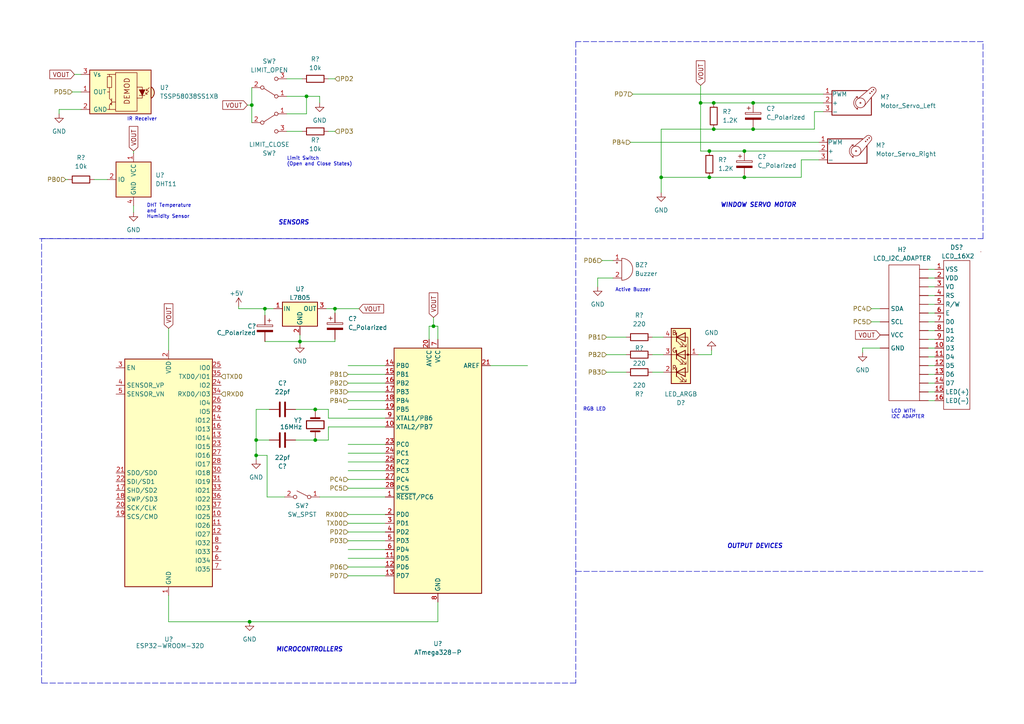
<source format=kicad_sch>
(kicad_sch (version 20211123) (generator eeschema)

  (uuid c8ac737c-b1f6-4052-9b34-86070d91990d)

  (paper "A4")

  (title_block
    (title "Automated Window Design v1")
    (date "2022-06-12")
    (company "Covenant University")
  )

  (lib_symbols
    (symbol "Automated_Window:LCD_16X2" (in_bom yes) (on_board yes)
      (property "Reference" "DS?" (id 0) (at -2.54 8.89 0)
        (effects (font (size 1.27 1.27)))
      )
      (property "Value" "LCD_16X2" (id 1) (at 0 6.35 0)
        (effects (font (size 1.27 1.27)))
      )
      (property "Footprint" "" (id 2) (at 0 0 0)
        (effects (font (size 1.27 1.27)) hide)
      )
      (property "Datasheet" "" (id 3) (at 0 0 0)
        (effects (font (size 1.27 1.27)) hide)
      )
      (symbol "LCD_16X2_0_1"
        (rectangle (start -3.81 5.08) (end 3.81 -38.1)
          (stroke (width 0) (type default) (color 0 0 0 0))
          (fill (type none))
        )
        (rectangle (start 46.99 8.89) (end 46.99 8.89)
          (stroke (width 0) (type default) (color 0 0 0 0))
          (fill (type none))
        )
        (rectangle (start 46.99 8.89) (end 46.99 8.89)
          (stroke (width 0) (type default) (color 0 0 0 0))
          (fill (type background))
        )
      )
      (symbol "LCD_16X2_1_1"
        (pin input line (at -6.35 2.54 0) (length 2.54)
          (name "VSS" (effects (font (size 1.27 1.27))))
          (number "1" (effects (font (size 1.27 1.27))))
        )
        (pin input line (at -6.35 -20.32 0) (length 2.54)
          (name "D3" (effects (font (size 1.27 1.27))))
          (number "10" (effects (font (size 1.27 1.27))))
        )
        (pin input line (at -6.35 -22.86 0) (length 2.54)
          (name "D4" (effects (font (size 1.27 1.27))))
          (number "11" (effects (font (size 1.27 1.27))))
        )
        (pin input line (at -6.35 -25.4 0) (length 2.54)
          (name "D5" (effects (font (size 1.27 1.27))))
          (number "12" (effects (font (size 1.27 1.27))))
        )
        (pin input line (at -6.35 -27.94 0) (length 2.54)
          (name "D6" (effects (font (size 1.27 1.27))))
          (number "13" (effects (font (size 1.27 1.27))))
        )
        (pin input line (at -6.35 -30.48 0) (length 2.54)
          (name "D7" (effects (font (size 1.27 1.27))))
          (number "14" (effects (font (size 1.27 1.27))))
        )
        (pin input line (at -6.35 -33.02 0) (length 2.54)
          (name "LED(+)" (effects (font (size 1.27 1.27))))
          (number "15" (effects (font (size 1.27 1.27))))
        )
        (pin input line (at -6.35 -35.56 0) (length 2.54)
          (name "LED(-)" (effects (font (size 1.27 1.27))))
          (number "16" (effects (font (size 1.27 1.27))))
        )
        (pin input line (at -6.35 0 0) (length 2.54)
          (name "VDD" (effects (font (size 1.27 1.27))))
          (number "2" (effects (font (size 1.27 1.27))))
        )
        (pin input line (at -6.35 -2.54 0) (length 2.54)
          (name "VO" (effects (font (size 1.27 1.27))))
          (number "3" (effects (font (size 1.27 1.27))))
        )
        (pin input line (at -6.35 -5.08 0) (length 2.54)
          (name "RS" (effects (font (size 1.27 1.27))))
          (number "4" (effects (font (size 1.27 1.27))))
        )
        (pin input line (at -6.35 -7.62 0) (length 2.54)
          (name "R/W" (effects (font (size 1.27 1.27))))
          (number "5" (effects (font (size 1.27 1.27))))
        )
        (pin input line (at -6.35 -10.16 0) (length 2.54)
          (name "E" (effects (font (size 1.27 1.27))))
          (number "6" (effects (font (size 1.27 1.27))))
        )
        (pin input line (at -6.35 -12.7 0) (length 2.54)
          (name "D0" (effects (font (size 1.27 1.27))))
          (number "7" (effects (font (size 1.27 1.27))))
        )
        (pin input line (at -6.35 -15.24 0) (length 2.54)
          (name "D1" (effects (font (size 1.27 1.27))))
          (number "8" (effects (font (size 1.27 1.27))))
        )
        (pin input line (at -6.35 -17.78 0) (length 2.54)
          (name "D2" (effects (font (size 1.27 1.27))))
          (number "9" (effects (font (size 1.27 1.27))))
        )
      )
    )
    (symbol "Automated_Window:LCD_I2C_ADAPTER" (in_bom yes) (on_board yes)
      (property "Reference" "H?" (id 0) (at 0 20.32 0)
        (effects (font (size 1.27 1.27)))
      )
      (property "Value" "LCD_I2C_ADAPTER" (id 1) (at 0 17.78 0)
        (effects (font (size 1.27 1.27)))
      )
      (property "Footprint" "" (id 2) (at 0 0 0)
        (effects (font (size 1.27 1.27)) hide)
      )
      (property "Datasheet" "" (id 3) (at 0 0 0)
        (effects (font (size 1.27 1.27)) hide)
      )
      (symbol "LCD_I2C_ADAPTER_0_1"
        (rectangle (start -3.81 12.7) (end 5.08 -26.67)
          (stroke (width 0) (type default) (color 0 0 0 0))
          (fill (type none))
        )
        (rectangle (start 22.86 16.51) (end 22.86 16.51)
          (stroke (width 0) (type default) (color 0 0 0 0))
          (fill (type none))
        )
        (rectangle (start 22.86 16.51) (end 22.86 16.51)
          (stroke (width 0) (type default) (color 0 0 0 0))
          (fill (type none))
        )
        (rectangle (start 22.86 16.51) (end 22.86 16.51)
          (stroke (width 0) (type default) (color 0 0 0 0))
          (fill (type none))
        )
        (rectangle (start 22.86 16.51) (end 22.86 16.51)
          (stroke (width 0) (type default) (color 0 0 0 0))
          (fill (type none))
        )
      )
      (symbol "LCD_I2C_ADAPTER_1_1"
        (pin input line (at 7.62 -26.67 180) (length 2.54)
          (name "" (effects (font (size 1.27 1.27))))
          (number "" (effects (font (size 1.27 1.27))))
        )
        (pin input line (at 7.62 -24.13 180) (length 2.54)
          (name "" (effects (font (size 1.27 1.27))))
          (number "" (effects (font (size 1.27 1.27))))
        )
        (pin input line (at 7.62 -21.59 180) (length 2.54)
          (name "" (effects (font (size 1.27 1.27))))
          (number "" (effects (font (size 1.27 1.27))))
        )
        (pin input line (at 7.62 -19.05 180) (length 2.54)
          (name "" (effects (font (size 1.27 1.27))))
          (number "" (effects (font (size 1.27 1.27))))
        )
        (pin input line (at 7.62 -16.51 180) (length 2.54)
          (name "" (effects (font (size 1.27 1.27))))
          (number "" (effects (font (size 1.27 1.27))))
        )
        (pin input line (at 7.62 -13.97 180) (length 2.54)
          (name "" (effects (font (size 1.27 1.27))))
          (number "" (effects (font (size 1.27 1.27))))
        )
        (pin input line (at 7.62 -11.43 180) (length 2.54)
          (name "" (effects (font (size 1.27 1.27))))
          (number "" (effects (font (size 1.27 1.27))))
        )
        (pin input line (at 7.62 -8.89 180) (length 2.54)
          (name "" (effects (font (size 1.27 1.27))))
          (number "" (effects (font (size 1.27 1.27))))
        )
        (pin input line (at 7.62 -6.35 180) (length 2.54)
          (name "" (effects (font (size 1.27 1.27))))
          (number "" (effects (font (size 1.27 1.27))))
        )
        (pin input line (at 7.62 -3.81 180) (length 2.54)
          (name "" (effects (font (size 1.27 1.27))))
          (number "" (effects (font (size 1.27 1.27))))
        )
        (pin input line (at 7.62 -1.27 180) (length 2.54)
          (name "" (effects (font (size 1.27 1.27))))
          (number "" (effects (font (size 1.27 1.27))))
        )
        (pin input line (at 7.62 1.27 180) (length 2.54)
          (name "" (effects (font (size 1.27 1.27))))
          (number "" (effects (font (size 1.27 1.27))))
        )
        (pin input line (at 7.62 3.81 180) (length 2.54)
          (name "" (effects (font (size 1.27 1.27))))
          (number "" (effects (font (size 1.27 1.27))))
        )
        (pin input line (at 7.62 6.35 180) (length 2.54)
          (name "" (effects (font (size 1.27 1.27))))
          (number "" (effects (font (size 1.27 1.27))))
        )
        (pin input line (at 7.62 8.89 180) (length 2.54)
          (name "" (effects (font (size 1.27 1.27))))
          (number "" (effects (font (size 1.27 1.27))))
        )
        (pin input line (at 7.62 11.43 180) (length 2.54)
          (name "" (effects (font (size 1.27 1.27))))
          (number "" (effects (font (size 1.27 1.27))))
        )
        (pin input line (at -6.35 -11.43 0) (length 2.54)
          (name "GND" (effects (font (size 1.27 1.27))))
          (number "" (effects (font (size 1.27 1.27))))
        )
        (pin input line (at -6.35 -3.81 0) (length 2.54)
          (name "SCL" (effects (font (size 1.27 1.27))))
          (number "" (effects (font (size 1.27 1.27))))
        )
        (pin input line (at -6.35 0 0) (length 2.54)
          (name "SDA" (effects (font (size 1.27 1.27))))
          (number "" (effects (font (size 1.27 1.27))))
        )
        (pin input line (at -6.35 -7.62 0) (length 2.54)
          (name "VCC" (effects (font (size 1.27 1.27))))
          (number "" (effects (font (size 1.27 1.27))))
        )
      )
    )
    (symbol "Device:Buzzer" (pin_names (offset 0.0254) hide) (in_bom yes) (on_board yes)
      (property "Reference" "BZ" (id 0) (at 3.81 1.27 0)
        (effects (font (size 1.27 1.27)) (justify left))
      )
      (property "Value" "Buzzer" (id 1) (at 3.81 -1.27 0)
        (effects (font (size 1.27 1.27)) (justify left))
      )
      (property "Footprint" "" (id 2) (at -0.635 2.54 90)
        (effects (font (size 1.27 1.27)) hide)
      )
      (property "Datasheet" "~" (id 3) (at -0.635 2.54 90)
        (effects (font (size 1.27 1.27)) hide)
      )
      (property "ki_keywords" "quartz resonator ceramic" (id 4) (at 0 0 0)
        (effects (font (size 1.27 1.27)) hide)
      )
      (property "ki_description" "Buzzer, polarized" (id 5) (at 0 0 0)
        (effects (font (size 1.27 1.27)) hide)
      )
      (property "ki_fp_filters" "*Buzzer*" (id 6) (at 0 0 0)
        (effects (font (size 1.27 1.27)) hide)
      )
      (symbol "Buzzer_0_1"
        (arc (start 0 -3.175) (mid 3.175 0) (end 0 3.175)
          (stroke (width 0) (type default) (color 0 0 0 0))
          (fill (type none))
        )
        (polyline
          (pts
            (xy -1.651 1.905)
            (xy -1.143 1.905)
          )
          (stroke (width 0) (type default) (color 0 0 0 0))
          (fill (type none))
        )
        (polyline
          (pts
            (xy -1.397 2.159)
            (xy -1.397 1.651)
          )
          (stroke (width 0) (type default) (color 0 0 0 0))
          (fill (type none))
        )
        (polyline
          (pts
            (xy 0 3.175)
            (xy 0 -3.175)
          )
          (stroke (width 0) (type default) (color 0 0 0 0))
          (fill (type none))
        )
      )
      (symbol "Buzzer_1_1"
        (pin passive line (at -2.54 2.54 0) (length 2.54)
          (name "-" (effects (font (size 1.27 1.27))))
          (number "1" (effects (font (size 1.27 1.27))))
        )
        (pin passive line (at -2.54 -2.54 0) (length 2.54)
          (name "+" (effects (font (size 1.27 1.27))))
          (number "2" (effects (font (size 1.27 1.27))))
        )
      )
    )
    (symbol "Device:C" (pin_numbers hide) (pin_names (offset 0.254)) (in_bom yes) (on_board yes)
      (property "Reference" "C" (id 0) (at 0.635 2.54 0)
        (effects (font (size 1.27 1.27)) (justify left))
      )
      (property "Value" "C" (id 1) (at 0.635 -2.54 0)
        (effects (font (size 1.27 1.27)) (justify left))
      )
      (property "Footprint" "" (id 2) (at 0.9652 -3.81 0)
        (effects (font (size 1.27 1.27)) hide)
      )
      (property "Datasheet" "~" (id 3) (at 0 0 0)
        (effects (font (size 1.27 1.27)) hide)
      )
      (property "ki_keywords" "cap capacitor" (id 4) (at 0 0 0)
        (effects (font (size 1.27 1.27)) hide)
      )
      (property "ki_description" "Unpolarized capacitor" (id 5) (at 0 0 0)
        (effects (font (size 1.27 1.27)) hide)
      )
      (property "ki_fp_filters" "C_*" (id 6) (at 0 0 0)
        (effects (font (size 1.27 1.27)) hide)
      )
      (symbol "C_0_1"
        (polyline
          (pts
            (xy -2.032 -0.762)
            (xy 2.032 -0.762)
          )
          (stroke (width 0.508) (type default) (color 0 0 0 0))
          (fill (type none))
        )
        (polyline
          (pts
            (xy -2.032 0.762)
            (xy 2.032 0.762)
          )
          (stroke (width 0.508) (type default) (color 0 0 0 0))
          (fill (type none))
        )
      )
      (symbol "C_1_1"
        (pin passive line (at 0 3.81 270) (length 2.794)
          (name "~" (effects (font (size 1.27 1.27))))
          (number "1" (effects (font (size 1.27 1.27))))
        )
        (pin passive line (at 0 -3.81 90) (length 2.794)
          (name "~" (effects (font (size 1.27 1.27))))
          (number "2" (effects (font (size 1.27 1.27))))
        )
      )
    )
    (symbol "Device:C_Polarized" (pin_numbers hide) (pin_names (offset 0.254)) (in_bom yes) (on_board yes)
      (property "Reference" "C" (id 0) (at 0.635 2.54 0)
        (effects (font (size 1.27 1.27)) (justify left))
      )
      (property "Value" "C_Polarized" (id 1) (at 0.635 -2.54 0)
        (effects (font (size 1.27 1.27)) (justify left))
      )
      (property "Footprint" "" (id 2) (at 0.9652 -3.81 0)
        (effects (font (size 1.27 1.27)) hide)
      )
      (property "Datasheet" "~" (id 3) (at 0 0 0)
        (effects (font (size 1.27 1.27)) hide)
      )
      (property "ki_keywords" "cap capacitor" (id 4) (at 0 0 0)
        (effects (font (size 1.27 1.27)) hide)
      )
      (property "ki_description" "Polarized capacitor" (id 5) (at 0 0 0)
        (effects (font (size 1.27 1.27)) hide)
      )
      (property "ki_fp_filters" "CP_*" (id 6) (at 0 0 0)
        (effects (font (size 1.27 1.27)) hide)
      )
      (symbol "C_Polarized_0_1"
        (rectangle (start -2.286 0.508) (end 2.286 1.016)
          (stroke (width 0) (type default) (color 0 0 0 0))
          (fill (type none))
        )
        (polyline
          (pts
            (xy -1.778 2.286)
            (xy -0.762 2.286)
          )
          (stroke (width 0) (type default) (color 0 0 0 0))
          (fill (type none))
        )
        (polyline
          (pts
            (xy -1.27 2.794)
            (xy -1.27 1.778)
          )
          (stroke (width 0) (type default) (color 0 0 0 0))
          (fill (type none))
        )
        (rectangle (start 2.286 -0.508) (end -2.286 -1.016)
          (stroke (width 0) (type default) (color 0 0 0 0))
          (fill (type outline))
        )
      )
      (symbol "C_Polarized_1_1"
        (pin passive line (at 0 3.81 270) (length 2.794)
          (name "~" (effects (font (size 1.27 1.27))))
          (number "1" (effects (font (size 1.27 1.27))))
        )
        (pin passive line (at 0 -3.81 90) (length 2.794)
          (name "~" (effects (font (size 1.27 1.27))))
          (number "2" (effects (font (size 1.27 1.27))))
        )
      )
    )
    (symbol "Device:Crystal" (pin_numbers hide) (pin_names (offset 1.016) hide) (in_bom yes) (on_board yes)
      (property "Reference" "Y" (id 0) (at 0 3.81 0)
        (effects (font (size 1.27 1.27)))
      )
      (property "Value" "Crystal" (id 1) (at 0 -3.81 0)
        (effects (font (size 1.27 1.27)))
      )
      (property "Footprint" "" (id 2) (at 0 0 0)
        (effects (font (size 1.27 1.27)) hide)
      )
      (property "Datasheet" "~" (id 3) (at 0 0 0)
        (effects (font (size 1.27 1.27)) hide)
      )
      (property "ki_keywords" "quartz ceramic resonator oscillator" (id 4) (at 0 0 0)
        (effects (font (size 1.27 1.27)) hide)
      )
      (property "ki_description" "Two pin crystal" (id 5) (at 0 0 0)
        (effects (font (size 1.27 1.27)) hide)
      )
      (property "ki_fp_filters" "Crystal*" (id 6) (at 0 0 0)
        (effects (font (size 1.27 1.27)) hide)
      )
      (symbol "Crystal_0_1"
        (rectangle (start -1.143 2.54) (end 1.143 -2.54)
          (stroke (width 0.3048) (type default) (color 0 0 0 0))
          (fill (type none))
        )
        (polyline
          (pts
            (xy -2.54 0)
            (xy -1.905 0)
          )
          (stroke (width 0) (type default) (color 0 0 0 0))
          (fill (type none))
        )
        (polyline
          (pts
            (xy -1.905 -1.27)
            (xy -1.905 1.27)
          )
          (stroke (width 0.508) (type default) (color 0 0 0 0))
          (fill (type none))
        )
        (polyline
          (pts
            (xy 1.905 -1.27)
            (xy 1.905 1.27)
          )
          (stroke (width 0.508) (type default) (color 0 0 0 0))
          (fill (type none))
        )
        (polyline
          (pts
            (xy 2.54 0)
            (xy 1.905 0)
          )
          (stroke (width 0) (type default) (color 0 0 0 0))
          (fill (type none))
        )
      )
      (symbol "Crystal_1_1"
        (pin passive line (at -3.81 0 0) (length 1.27)
          (name "1" (effects (font (size 1.27 1.27))))
          (number "1" (effects (font (size 1.27 1.27))))
        )
        (pin passive line (at 3.81 0 180) (length 1.27)
          (name "2" (effects (font (size 1.27 1.27))))
          (number "2" (effects (font (size 1.27 1.27))))
        )
      )
    )
    (symbol "Device:LED_ARGB" (pin_names (offset 0) hide) (in_bom yes) (on_board yes)
      (property "Reference" "D" (id 0) (at 0 9.398 0)
        (effects (font (size 1.27 1.27)))
      )
      (property "Value" "LED_ARGB" (id 1) (at 0 -8.89 0)
        (effects (font (size 1.27 1.27)))
      )
      (property "Footprint" "" (id 2) (at 0 -1.27 0)
        (effects (font (size 1.27 1.27)) hide)
      )
      (property "Datasheet" "~" (id 3) (at 0 -1.27 0)
        (effects (font (size 1.27 1.27)) hide)
      )
      (property "ki_keywords" "LED RGB diode" (id 4) (at 0 0 0)
        (effects (font (size 1.27 1.27)) hide)
      )
      (property "ki_description" "RGB LED, anode/red/green/blue" (id 5) (at 0 0 0)
        (effects (font (size 1.27 1.27)) hide)
      )
      (property "ki_fp_filters" "LED* LED_SMD:* LED_THT:*" (id 6) (at 0 0 0)
        (effects (font (size 1.27 1.27)) hide)
      )
      (symbol "LED_ARGB_0_0"
        (text "B" (at -1.905 -6.35 0)
          (effects (font (size 1.27 1.27)))
        )
        (text "G" (at -1.905 -1.27 0)
          (effects (font (size 1.27 1.27)))
        )
        (text "R" (at -1.905 3.81 0)
          (effects (font (size 1.27 1.27)))
        )
      )
      (symbol "LED_ARGB_0_1"
        (polyline
          (pts
            (xy -1.27 -5.08)
            (xy -2.54 -5.08)
          )
          (stroke (width 0) (type default) (color 0 0 0 0))
          (fill (type none))
        )
        (polyline
          (pts
            (xy -1.27 -5.08)
            (xy 1.27 -5.08)
          )
          (stroke (width 0) (type default) (color 0 0 0 0))
          (fill (type none))
        )
        (polyline
          (pts
            (xy -1.27 -3.81)
            (xy -1.27 -6.35)
          )
          (stroke (width 0.254) (type default) (color 0 0 0 0))
          (fill (type none))
        )
        (polyline
          (pts
            (xy -1.27 0)
            (xy -2.54 0)
          )
          (stroke (width 0) (type default) (color 0 0 0 0))
          (fill (type none))
        )
        (polyline
          (pts
            (xy -1.27 1.27)
            (xy -1.27 -1.27)
          )
          (stroke (width 0.254) (type default) (color 0 0 0 0))
          (fill (type none))
        )
        (polyline
          (pts
            (xy -1.27 5.08)
            (xy -2.54 5.08)
          )
          (stroke (width 0) (type default) (color 0 0 0 0))
          (fill (type none))
        )
        (polyline
          (pts
            (xy -1.27 5.08)
            (xy 1.27 5.08)
          )
          (stroke (width 0) (type default) (color 0 0 0 0))
          (fill (type none))
        )
        (polyline
          (pts
            (xy -1.27 6.35)
            (xy -1.27 3.81)
          )
          (stroke (width 0.254) (type default) (color 0 0 0 0))
          (fill (type none))
        )
        (polyline
          (pts
            (xy 1.27 0)
            (xy -1.27 0)
          )
          (stroke (width 0) (type default) (color 0 0 0 0))
          (fill (type none))
        )
        (polyline
          (pts
            (xy 1.27 0)
            (xy 2.54 0)
          )
          (stroke (width 0) (type default) (color 0 0 0 0))
          (fill (type none))
        )
        (polyline
          (pts
            (xy -1.27 1.27)
            (xy -1.27 -1.27)
            (xy -1.27 -1.27)
          )
          (stroke (width 0) (type default) (color 0 0 0 0))
          (fill (type none))
        )
        (polyline
          (pts
            (xy -1.27 6.35)
            (xy -1.27 3.81)
            (xy -1.27 3.81)
          )
          (stroke (width 0) (type default) (color 0 0 0 0))
          (fill (type none))
        )
        (polyline
          (pts
            (xy 1.27 -5.08)
            (xy 2.032 -5.08)
            (xy 2.032 5.08)
            (xy 1.27 5.08)
          )
          (stroke (width 0) (type default) (color 0 0 0 0))
          (fill (type none))
        )
        (polyline
          (pts
            (xy 1.27 -3.81)
            (xy 1.27 -6.35)
            (xy -1.27 -5.08)
            (xy 1.27 -3.81)
          )
          (stroke (width 0.254) (type default) (color 0 0 0 0))
          (fill (type none))
        )
        (polyline
          (pts
            (xy 1.27 1.27)
            (xy 1.27 -1.27)
            (xy -1.27 0)
            (xy 1.27 1.27)
          )
          (stroke (width 0.254) (type default) (color 0 0 0 0))
          (fill (type none))
        )
        (polyline
          (pts
            (xy 1.27 6.35)
            (xy 1.27 3.81)
            (xy -1.27 5.08)
            (xy 1.27 6.35)
          )
          (stroke (width 0.254) (type default) (color 0 0 0 0))
          (fill (type none))
        )
        (polyline
          (pts
            (xy -1.016 -3.81)
            (xy 0.508 -2.286)
            (xy -0.254 -2.286)
            (xy 0.508 -2.286)
            (xy 0.508 -3.048)
          )
          (stroke (width 0) (type default) (color 0 0 0 0))
          (fill (type none))
        )
        (polyline
          (pts
            (xy -1.016 1.27)
            (xy 0.508 2.794)
            (xy -0.254 2.794)
            (xy 0.508 2.794)
            (xy 0.508 2.032)
          )
          (stroke (width 0) (type default) (color 0 0 0 0))
          (fill (type none))
        )
        (polyline
          (pts
            (xy -1.016 6.35)
            (xy 0.508 7.874)
            (xy -0.254 7.874)
            (xy 0.508 7.874)
            (xy 0.508 7.112)
          )
          (stroke (width 0) (type default) (color 0 0 0 0))
          (fill (type none))
        )
        (polyline
          (pts
            (xy 0 -3.81)
            (xy 1.524 -2.286)
            (xy 0.762 -2.286)
            (xy 1.524 -2.286)
            (xy 1.524 -3.048)
          )
          (stroke (width 0) (type default) (color 0 0 0 0))
          (fill (type none))
        )
        (polyline
          (pts
            (xy 0 1.27)
            (xy 1.524 2.794)
            (xy 0.762 2.794)
            (xy 1.524 2.794)
            (xy 1.524 2.032)
          )
          (stroke (width 0) (type default) (color 0 0 0 0))
          (fill (type none))
        )
        (polyline
          (pts
            (xy 0 6.35)
            (xy 1.524 7.874)
            (xy 0.762 7.874)
            (xy 1.524 7.874)
            (xy 1.524 7.112)
          )
          (stroke (width 0) (type default) (color 0 0 0 0))
          (fill (type none))
        )
        (rectangle (start 1.27 -1.27) (end 1.27 1.27)
          (stroke (width 0) (type default) (color 0 0 0 0))
          (fill (type none))
        )
        (rectangle (start 1.27 1.27) (end 1.27 1.27)
          (stroke (width 0) (type default) (color 0 0 0 0))
          (fill (type none))
        )
        (rectangle (start 1.27 3.81) (end 1.27 6.35)
          (stroke (width 0) (type default) (color 0 0 0 0))
          (fill (type none))
        )
        (rectangle (start 1.27 6.35) (end 1.27 6.35)
          (stroke (width 0) (type default) (color 0 0 0 0))
          (fill (type none))
        )
        (circle (center 2.032 0) (radius 0.254)
          (stroke (width 0) (type default) (color 0 0 0 0))
          (fill (type outline))
        )
        (rectangle (start 2.794 8.382) (end -2.794 -7.62)
          (stroke (width 0.254) (type default) (color 0 0 0 0))
          (fill (type background))
        )
      )
      (symbol "LED_ARGB_1_1"
        (pin passive line (at 5.08 0 180) (length 2.54)
          (name "A" (effects (font (size 1.27 1.27))))
          (number "1" (effects (font (size 1.27 1.27))))
        )
        (pin passive line (at -5.08 5.08 0) (length 2.54)
          (name "RK" (effects (font (size 1.27 1.27))))
          (number "2" (effects (font (size 1.27 1.27))))
        )
        (pin passive line (at -5.08 0 0) (length 2.54)
          (name "GK" (effects (font (size 1.27 1.27))))
          (number "3" (effects (font (size 1.27 1.27))))
        )
        (pin passive line (at -5.08 -5.08 0) (length 2.54)
          (name "BK" (effects (font (size 1.27 1.27))))
          (number "4" (effects (font (size 1.27 1.27))))
        )
      )
    )
    (symbol "Device:R" (pin_numbers hide) (pin_names (offset 0)) (in_bom yes) (on_board yes)
      (property "Reference" "R" (id 0) (at 2.032 0 90)
        (effects (font (size 1.27 1.27)))
      )
      (property "Value" "R" (id 1) (at 0 0 90)
        (effects (font (size 1.27 1.27)))
      )
      (property "Footprint" "" (id 2) (at -1.778 0 90)
        (effects (font (size 1.27 1.27)) hide)
      )
      (property "Datasheet" "~" (id 3) (at 0 0 0)
        (effects (font (size 1.27 1.27)) hide)
      )
      (property "ki_keywords" "R res resistor" (id 4) (at 0 0 0)
        (effects (font (size 1.27 1.27)) hide)
      )
      (property "ki_description" "Resistor" (id 5) (at 0 0 0)
        (effects (font (size 1.27 1.27)) hide)
      )
      (property "ki_fp_filters" "R_*" (id 6) (at 0 0 0)
        (effects (font (size 1.27 1.27)) hide)
      )
      (symbol "R_0_1"
        (rectangle (start -1.016 -2.54) (end 1.016 2.54)
          (stroke (width 0.254) (type default) (color 0 0 0 0))
          (fill (type none))
        )
      )
      (symbol "R_1_1"
        (pin passive line (at 0 3.81 270) (length 1.27)
          (name "~" (effects (font (size 1.27 1.27))))
          (number "1" (effects (font (size 1.27 1.27))))
        )
        (pin passive line (at 0 -3.81 90) (length 1.27)
          (name "~" (effects (font (size 1.27 1.27))))
          (number "2" (effects (font (size 1.27 1.27))))
        )
      )
    )
    (symbol "MCU_Microchip_ATmega:ATmega328-P" (in_bom yes) (on_board yes)
      (property "Reference" "U" (id 0) (at -12.7 36.83 0)
        (effects (font (size 1.27 1.27)) (justify left bottom))
      )
      (property "Value" "ATmega328-P" (id 1) (at 2.54 -36.83 0)
        (effects (font (size 1.27 1.27)) (justify left top))
      )
      (property "Footprint" "Package_DIP:DIP-28_W7.62mm" (id 2) (at 0 0 0)
        (effects (font (size 1.27 1.27) italic) hide)
      )
      (property "Datasheet" "http://ww1.microchip.com/downloads/en/DeviceDoc/ATmega328_P%20AVR%20MCU%20with%20picoPower%20Technology%20Data%20Sheet%2040001984A.pdf" (id 3) (at 0 0 0)
        (effects (font (size 1.27 1.27)) hide)
      )
      (property "ki_keywords" "AVR 8bit Microcontroller MegaAVR" (id 4) (at 0 0 0)
        (effects (font (size 1.27 1.27)) hide)
      )
      (property "ki_description" "20MHz, 32kB Flash, 2kB SRAM, 1kB EEPROM, DIP-28" (id 5) (at 0 0 0)
        (effects (font (size 1.27 1.27)) hide)
      )
      (property "ki_fp_filters" "DIP*W7.62mm*" (id 6) (at 0 0 0)
        (effects (font (size 1.27 1.27)) hide)
      )
      (symbol "ATmega328-P_0_1"
        (rectangle (start -12.7 -35.56) (end 12.7 35.56)
          (stroke (width 0.254) (type default) (color 0 0 0 0))
          (fill (type background))
        )
      )
      (symbol "ATmega328-P_1_1"
        (pin bidirectional line (at 15.24 -7.62 180) (length 2.54)
          (name "~{RESET}/PC6" (effects (font (size 1.27 1.27))))
          (number "1" (effects (font (size 1.27 1.27))))
        )
        (pin bidirectional line (at 15.24 12.7 180) (length 2.54)
          (name "XTAL2/PB7" (effects (font (size 1.27 1.27))))
          (number "10" (effects (font (size 1.27 1.27))))
        )
        (pin bidirectional line (at 15.24 -25.4 180) (length 2.54)
          (name "PD5" (effects (font (size 1.27 1.27))))
          (number "11" (effects (font (size 1.27 1.27))))
        )
        (pin bidirectional line (at 15.24 -27.94 180) (length 2.54)
          (name "PD6" (effects (font (size 1.27 1.27))))
          (number "12" (effects (font (size 1.27 1.27))))
        )
        (pin bidirectional line (at 15.24 -30.48 180) (length 2.54)
          (name "PD7" (effects (font (size 1.27 1.27))))
          (number "13" (effects (font (size 1.27 1.27))))
        )
        (pin bidirectional line (at 15.24 30.48 180) (length 2.54)
          (name "PB0" (effects (font (size 1.27 1.27))))
          (number "14" (effects (font (size 1.27 1.27))))
        )
        (pin bidirectional line (at 15.24 27.94 180) (length 2.54)
          (name "PB1" (effects (font (size 1.27 1.27))))
          (number "15" (effects (font (size 1.27 1.27))))
        )
        (pin bidirectional line (at 15.24 25.4 180) (length 2.54)
          (name "PB2" (effects (font (size 1.27 1.27))))
          (number "16" (effects (font (size 1.27 1.27))))
        )
        (pin bidirectional line (at 15.24 22.86 180) (length 2.54)
          (name "PB3" (effects (font (size 1.27 1.27))))
          (number "17" (effects (font (size 1.27 1.27))))
        )
        (pin bidirectional line (at 15.24 20.32 180) (length 2.54)
          (name "PB4" (effects (font (size 1.27 1.27))))
          (number "18" (effects (font (size 1.27 1.27))))
        )
        (pin bidirectional line (at 15.24 17.78 180) (length 2.54)
          (name "PB5" (effects (font (size 1.27 1.27))))
          (number "19" (effects (font (size 1.27 1.27))))
        )
        (pin bidirectional line (at 15.24 -12.7 180) (length 2.54)
          (name "PD0" (effects (font (size 1.27 1.27))))
          (number "2" (effects (font (size 1.27 1.27))))
        )
        (pin power_in line (at 2.54 38.1 270) (length 2.54)
          (name "AVCC" (effects (font (size 1.27 1.27))))
          (number "20" (effects (font (size 1.27 1.27))))
        )
        (pin passive line (at -15.24 30.48 0) (length 2.54)
          (name "AREF" (effects (font (size 1.27 1.27))))
          (number "21" (effects (font (size 1.27 1.27))))
        )
        (pin passive line (at 0 -38.1 90) (length 2.54) hide
          (name "GND" (effects (font (size 1.27 1.27))))
          (number "22" (effects (font (size 1.27 1.27))))
        )
        (pin bidirectional line (at 15.24 7.62 180) (length 2.54)
          (name "PC0" (effects (font (size 1.27 1.27))))
          (number "23" (effects (font (size 1.27 1.27))))
        )
        (pin bidirectional line (at 15.24 5.08 180) (length 2.54)
          (name "PC1" (effects (font (size 1.27 1.27))))
          (number "24" (effects (font (size 1.27 1.27))))
        )
        (pin bidirectional line (at 15.24 2.54 180) (length 2.54)
          (name "PC2" (effects (font (size 1.27 1.27))))
          (number "25" (effects (font (size 1.27 1.27))))
        )
        (pin bidirectional line (at 15.24 0 180) (length 2.54)
          (name "PC3" (effects (font (size 1.27 1.27))))
          (number "26" (effects (font (size 1.27 1.27))))
        )
        (pin bidirectional line (at 15.24 -2.54 180) (length 2.54)
          (name "PC4" (effects (font (size 1.27 1.27))))
          (number "27" (effects (font (size 1.27 1.27))))
        )
        (pin bidirectional line (at 15.24 -5.08 180) (length 2.54)
          (name "PC5" (effects (font (size 1.27 1.27))))
          (number "28" (effects (font (size 1.27 1.27))))
        )
        (pin bidirectional line (at 15.24 -15.24 180) (length 2.54)
          (name "PD1" (effects (font (size 1.27 1.27))))
          (number "3" (effects (font (size 1.27 1.27))))
        )
        (pin bidirectional line (at 15.24 -17.78 180) (length 2.54)
          (name "PD2" (effects (font (size 1.27 1.27))))
          (number "4" (effects (font (size 1.27 1.27))))
        )
        (pin bidirectional line (at 15.24 -20.32 180) (length 2.54)
          (name "PD3" (effects (font (size 1.27 1.27))))
          (number "5" (effects (font (size 1.27 1.27))))
        )
        (pin bidirectional line (at 15.24 -22.86 180) (length 2.54)
          (name "PD4" (effects (font (size 1.27 1.27))))
          (number "6" (effects (font (size 1.27 1.27))))
        )
        (pin power_in line (at 0 38.1 270) (length 2.54)
          (name "VCC" (effects (font (size 1.27 1.27))))
          (number "7" (effects (font (size 1.27 1.27))))
        )
        (pin power_in line (at 0 -38.1 90) (length 2.54)
          (name "GND" (effects (font (size 1.27 1.27))))
          (number "8" (effects (font (size 1.27 1.27))))
        )
        (pin bidirectional line (at 15.24 15.24 180) (length 2.54)
          (name "XTAL1/PB6" (effects (font (size 1.27 1.27))))
          (number "9" (effects (font (size 1.27 1.27))))
        )
      )
    )
    (symbol "Motor:Motor_Servo" (pin_names (offset 0.0254)) (in_bom yes) (on_board yes)
      (property "Reference" "M" (id 0) (at -5.08 4.445 0)
        (effects (font (size 1.27 1.27)) (justify left))
      )
      (property "Value" "Motor_Servo" (id 1) (at -5.08 -4.064 0)
        (effects (font (size 1.27 1.27)) (justify left top))
      )
      (property "Footprint" "" (id 2) (at 0 -4.826 0)
        (effects (font (size 1.27 1.27)) hide)
      )
      (property "Datasheet" "http://forums.parallax.com/uploads/attachments/46831/74481.png" (id 3) (at 0 -4.826 0)
        (effects (font (size 1.27 1.27)) hide)
      )
      (property "ki_keywords" "Servo Motor" (id 4) (at 0 0 0)
        (effects (font (size 1.27 1.27)) hide)
      )
      (property "ki_description" "Servo Motor (Futaba, HiTec, JR connector)" (id 5) (at 0 0 0)
        (effects (font (size 1.27 1.27)) hide)
      )
      (property "ki_fp_filters" "PinHeader*P2.54mm*" (id 6) (at 0 0 0)
        (effects (font (size 1.27 1.27)) hide)
      )
      (symbol "Motor_Servo_0_1"
        (polyline
          (pts
            (xy 2.413 -1.778)
            (xy 2.032 -1.778)
          )
          (stroke (width 0) (type default) (color 0 0 0 0))
          (fill (type none))
        )
        (polyline
          (pts
            (xy 2.413 -1.778)
            (xy 2.286 -1.397)
          )
          (stroke (width 0) (type default) (color 0 0 0 0))
          (fill (type none))
        )
        (polyline
          (pts
            (xy 2.413 1.778)
            (xy 1.905 1.778)
          )
          (stroke (width 0) (type default) (color 0 0 0 0))
          (fill (type none))
        )
        (polyline
          (pts
            (xy 2.413 1.778)
            (xy 2.286 1.397)
          )
          (stroke (width 0) (type default) (color 0 0 0 0))
          (fill (type none))
        )
        (polyline
          (pts
            (xy 6.35 4.445)
            (xy 2.54 1.27)
          )
          (stroke (width 0) (type default) (color 0 0 0 0))
          (fill (type none))
        )
        (polyline
          (pts
            (xy 7.62 3.175)
            (xy 4.191 -1.016)
          )
          (stroke (width 0) (type default) (color 0 0 0 0))
          (fill (type none))
        )
        (polyline
          (pts
            (xy 5.08 3.556)
            (xy -5.08 3.556)
            (xy -5.08 -3.556)
            (xy 6.35 -3.556)
            (xy 6.35 1.524)
          )
          (stroke (width 0.254) (type default) (color 0 0 0 0))
          (fill (type none))
        )
        (arc (start 2.413 1.778) (mid 1.2406 0) (end 2.413 -1.778)
          (stroke (width 0) (type default) (color 0 0 0 0))
          (fill (type none))
        )
        (circle (center 3.175 0) (radius 0.1778)
          (stroke (width 0) (type default) (color 0 0 0 0))
          (fill (type none))
        )
        (circle (center 3.175 0) (radius 1.4224)
          (stroke (width 0) (type default) (color 0 0 0 0))
          (fill (type none))
        )
        (circle (center 5.969 2.794) (radius 0.127)
          (stroke (width 0) (type default) (color 0 0 0 0))
          (fill (type none))
        )
        (circle (center 6.477 3.302) (radius 0.127)
          (stroke (width 0) (type default) (color 0 0 0 0))
          (fill (type none))
        )
        (circle (center 6.985 3.81) (radius 0.127)
          (stroke (width 0) (type default) (color 0 0 0 0))
          (fill (type none))
        )
        (arc (start 7.62 3.175) (mid 7.4485 4.2735) (end 6.35 4.445)
          (stroke (width 0) (type default) (color 0 0 0 0))
          (fill (type none))
        )
      )
      (symbol "Motor_Servo_1_1"
        (pin passive line (at -7.62 2.54 0) (length 2.54)
          (name "PWM" (effects (font (size 1.27 1.27))))
          (number "1" (effects (font (size 1.27 1.27))))
        )
        (pin passive line (at -7.62 0 0) (length 2.54)
          (name "+" (effects (font (size 1.27 1.27))))
          (number "2" (effects (font (size 1.27 1.27))))
        )
        (pin passive line (at -7.62 -2.54 0) (length 2.54)
          (name "-" (effects (font (size 1.27 1.27))))
          (number "3" (effects (font (size 1.27 1.27))))
        )
      )
    )
    (symbol "RF_Module:ESP32-WROOM-32D" (in_bom yes) (on_board yes)
      (property "Reference" "U" (id 0) (at -12.7 34.29 0)
        (effects (font (size 1.27 1.27)) (justify left))
      )
      (property "Value" "ESP32-WROOM-32D" (id 1) (at 1.27 34.29 0)
        (effects (font (size 1.27 1.27)) (justify left))
      )
      (property "Footprint" "RF_Module:ESP32-WROOM-32" (id 2) (at 0 -38.1 0)
        (effects (font (size 1.27 1.27)) hide)
      )
      (property "Datasheet" "https://www.espressif.com/sites/default/files/documentation/esp32-wroom-32d_esp32-wroom-32u_datasheet_en.pdf" (id 3) (at -7.62 1.27 0)
        (effects (font (size 1.27 1.27)) hide)
      )
      (property "ki_keywords" "RF Radio BT ESP ESP32 Espressif onboard PCB antenna" (id 4) (at 0 0 0)
        (effects (font (size 1.27 1.27)) hide)
      )
      (property "ki_description" "RF Module, ESP32-D0WD SoC, Wi-Fi 802.11b/g/n, Bluetooth, BLE, 32-bit, 2.7-3.6V, onboard antenna, SMD" (id 5) (at 0 0 0)
        (effects (font (size 1.27 1.27)) hide)
      )
      (property "ki_fp_filters" "ESP32?WROOM?32*" (id 6) (at 0 0 0)
        (effects (font (size 1.27 1.27)) hide)
      )
      (symbol "ESP32-WROOM-32D_0_1"
        (rectangle (start -12.7 33.02) (end 12.7 -33.02)
          (stroke (width 0.254) (type default) (color 0 0 0 0))
          (fill (type background))
        )
      )
      (symbol "ESP32-WROOM-32D_1_1"
        (pin power_in line (at 0 -35.56 90) (length 2.54)
          (name "GND" (effects (font (size 1.27 1.27))))
          (number "1" (effects (font (size 1.27 1.27))))
        )
        (pin bidirectional line (at 15.24 -12.7 180) (length 2.54)
          (name "IO25" (effects (font (size 1.27 1.27))))
          (number "10" (effects (font (size 1.27 1.27))))
        )
        (pin bidirectional line (at 15.24 -15.24 180) (length 2.54)
          (name "IO26" (effects (font (size 1.27 1.27))))
          (number "11" (effects (font (size 1.27 1.27))))
        )
        (pin bidirectional line (at 15.24 -17.78 180) (length 2.54)
          (name "IO27" (effects (font (size 1.27 1.27))))
          (number "12" (effects (font (size 1.27 1.27))))
        )
        (pin bidirectional line (at 15.24 10.16 180) (length 2.54)
          (name "IO14" (effects (font (size 1.27 1.27))))
          (number "13" (effects (font (size 1.27 1.27))))
        )
        (pin bidirectional line (at 15.24 15.24 180) (length 2.54)
          (name "IO12" (effects (font (size 1.27 1.27))))
          (number "14" (effects (font (size 1.27 1.27))))
        )
        (pin passive line (at 0 -35.56 90) (length 2.54) hide
          (name "GND" (effects (font (size 1.27 1.27))))
          (number "15" (effects (font (size 1.27 1.27))))
        )
        (pin bidirectional line (at 15.24 12.7 180) (length 2.54)
          (name "IO13" (effects (font (size 1.27 1.27))))
          (number "16" (effects (font (size 1.27 1.27))))
        )
        (pin bidirectional line (at -15.24 -5.08 0) (length 2.54)
          (name "SHD/SD2" (effects (font (size 1.27 1.27))))
          (number "17" (effects (font (size 1.27 1.27))))
        )
        (pin bidirectional line (at -15.24 -7.62 0) (length 2.54)
          (name "SWP/SD3" (effects (font (size 1.27 1.27))))
          (number "18" (effects (font (size 1.27 1.27))))
        )
        (pin bidirectional line (at -15.24 -12.7 0) (length 2.54)
          (name "SCS/CMD" (effects (font (size 1.27 1.27))))
          (number "19" (effects (font (size 1.27 1.27))))
        )
        (pin power_in line (at 0 35.56 270) (length 2.54)
          (name "VDD" (effects (font (size 1.27 1.27))))
          (number "2" (effects (font (size 1.27 1.27))))
        )
        (pin bidirectional line (at -15.24 -10.16 0) (length 2.54)
          (name "SCK/CLK" (effects (font (size 1.27 1.27))))
          (number "20" (effects (font (size 1.27 1.27))))
        )
        (pin bidirectional line (at -15.24 0 0) (length 2.54)
          (name "SDO/SD0" (effects (font (size 1.27 1.27))))
          (number "21" (effects (font (size 1.27 1.27))))
        )
        (pin bidirectional line (at -15.24 -2.54 0) (length 2.54)
          (name "SDI/SD1" (effects (font (size 1.27 1.27))))
          (number "22" (effects (font (size 1.27 1.27))))
        )
        (pin bidirectional line (at 15.24 7.62 180) (length 2.54)
          (name "IO15" (effects (font (size 1.27 1.27))))
          (number "23" (effects (font (size 1.27 1.27))))
        )
        (pin bidirectional line (at 15.24 25.4 180) (length 2.54)
          (name "IO2" (effects (font (size 1.27 1.27))))
          (number "24" (effects (font (size 1.27 1.27))))
        )
        (pin bidirectional line (at 15.24 30.48 180) (length 2.54)
          (name "IO0" (effects (font (size 1.27 1.27))))
          (number "25" (effects (font (size 1.27 1.27))))
        )
        (pin bidirectional line (at 15.24 20.32 180) (length 2.54)
          (name "IO4" (effects (font (size 1.27 1.27))))
          (number "26" (effects (font (size 1.27 1.27))))
        )
        (pin bidirectional line (at 15.24 5.08 180) (length 2.54)
          (name "IO16" (effects (font (size 1.27 1.27))))
          (number "27" (effects (font (size 1.27 1.27))))
        )
        (pin bidirectional line (at 15.24 2.54 180) (length 2.54)
          (name "IO17" (effects (font (size 1.27 1.27))))
          (number "28" (effects (font (size 1.27 1.27))))
        )
        (pin bidirectional line (at 15.24 17.78 180) (length 2.54)
          (name "IO5" (effects (font (size 1.27 1.27))))
          (number "29" (effects (font (size 1.27 1.27))))
        )
        (pin input line (at -15.24 30.48 0) (length 2.54)
          (name "EN" (effects (font (size 1.27 1.27))))
          (number "3" (effects (font (size 1.27 1.27))))
        )
        (pin bidirectional line (at 15.24 0 180) (length 2.54)
          (name "IO18" (effects (font (size 1.27 1.27))))
          (number "30" (effects (font (size 1.27 1.27))))
        )
        (pin bidirectional line (at 15.24 -2.54 180) (length 2.54)
          (name "IO19" (effects (font (size 1.27 1.27))))
          (number "31" (effects (font (size 1.27 1.27))))
        )
        (pin no_connect line (at -12.7 -27.94 0) (length 2.54) hide
          (name "NC" (effects (font (size 1.27 1.27))))
          (number "32" (effects (font (size 1.27 1.27))))
        )
        (pin bidirectional line (at 15.24 -5.08 180) (length 2.54)
          (name "IO21" (effects (font (size 1.27 1.27))))
          (number "33" (effects (font (size 1.27 1.27))))
        )
        (pin bidirectional line (at 15.24 22.86 180) (length 2.54)
          (name "RXD0/IO3" (effects (font (size 1.27 1.27))))
          (number "34" (effects (font (size 1.27 1.27))))
        )
        (pin bidirectional line (at 15.24 27.94 180) (length 2.54)
          (name "TXD0/IO1" (effects (font (size 1.27 1.27))))
          (number "35" (effects (font (size 1.27 1.27))))
        )
        (pin bidirectional line (at 15.24 -7.62 180) (length 2.54)
          (name "IO22" (effects (font (size 1.27 1.27))))
          (number "36" (effects (font (size 1.27 1.27))))
        )
        (pin bidirectional line (at 15.24 -10.16 180) (length 2.54)
          (name "IO23" (effects (font (size 1.27 1.27))))
          (number "37" (effects (font (size 1.27 1.27))))
        )
        (pin passive line (at 0 -35.56 90) (length 2.54) hide
          (name "GND" (effects (font (size 1.27 1.27))))
          (number "38" (effects (font (size 1.27 1.27))))
        )
        (pin passive line (at 0 -35.56 90) (length 2.54) hide
          (name "GND" (effects (font (size 1.27 1.27))))
          (number "39" (effects (font (size 1.27 1.27))))
        )
        (pin input line (at -15.24 25.4 0) (length 2.54)
          (name "SENSOR_VP" (effects (font (size 1.27 1.27))))
          (number "4" (effects (font (size 1.27 1.27))))
        )
        (pin input line (at -15.24 22.86 0) (length 2.54)
          (name "SENSOR_VN" (effects (font (size 1.27 1.27))))
          (number "5" (effects (font (size 1.27 1.27))))
        )
        (pin input line (at 15.24 -25.4 180) (length 2.54)
          (name "IO34" (effects (font (size 1.27 1.27))))
          (number "6" (effects (font (size 1.27 1.27))))
        )
        (pin input line (at 15.24 -27.94 180) (length 2.54)
          (name "IO35" (effects (font (size 1.27 1.27))))
          (number "7" (effects (font (size 1.27 1.27))))
        )
        (pin bidirectional line (at 15.24 -20.32 180) (length 2.54)
          (name "IO32" (effects (font (size 1.27 1.27))))
          (number "8" (effects (font (size 1.27 1.27))))
        )
        (pin bidirectional line (at 15.24 -22.86 180) (length 2.54)
          (name "IO33" (effects (font (size 1.27 1.27))))
          (number "9" (effects (font (size 1.27 1.27))))
        )
      )
    )
    (symbol "Regulator_Linear:L7805" (pin_names (offset 0.254)) (in_bom yes) (on_board yes)
      (property "Reference" "U" (id 0) (at -3.81 3.175 0)
        (effects (font (size 1.27 1.27)))
      )
      (property "Value" "L7805" (id 1) (at 0 3.175 0)
        (effects (font (size 1.27 1.27)) (justify left))
      )
      (property "Footprint" "" (id 2) (at 0.635 -3.81 0)
        (effects (font (size 1.27 1.27) italic) (justify left) hide)
      )
      (property "Datasheet" "http://www.st.com/content/ccc/resource/technical/document/datasheet/41/4f/b3/b0/12/d4/47/88/CD00000444.pdf/files/CD00000444.pdf/jcr:content/translations/en.CD00000444.pdf" (id 3) (at 0 -1.27 0)
        (effects (font (size 1.27 1.27)) hide)
      )
      (property "ki_keywords" "Voltage Regulator 1.5A Positive" (id 4) (at 0 0 0)
        (effects (font (size 1.27 1.27)) hide)
      )
      (property "ki_description" "Positive 1.5A 35V Linear Regulator, Fixed Output 5V, TO-220/TO-263/TO-252" (id 5) (at 0 0 0)
        (effects (font (size 1.27 1.27)) hide)
      )
      (property "ki_fp_filters" "TO?252* TO?263* TO?220*" (id 6) (at 0 0 0)
        (effects (font (size 1.27 1.27)) hide)
      )
      (symbol "L7805_0_1"
        (rectangle (start -5.08 1.905) (end 5.08 -5.08)
          (stroke (width 0.254) (type default) (color 0 0 0 0))
          (fill (type background))
        )
      )
      (symbol "L7805_1_1"
        (pin power_in line (at -7.62 0 0) (length 2.54)
          (name "IN" (effects (font (size 1.27 1.27))))
          (number "1" (effects (font (size 1.27 1.27))))
        )
        (pin power_in line (at 0 -7.62 90) (length 2.54)
          (name "GND" (effects (font (size 1.27 1.27))))
          (number "2" (effects (font (size 1.27 1.27))))
        )
        (pin power_out line (at 7.62 0 180) (length 2.54)
          (name "OUT" (effects (font (size 1.27 1.27))))
          (number "3" (effects (font (size 1.27 1.27))))
        )
      )
    )
    (symbol "Sensor:DHT11" (in_bom yes) (on_board yes)
      (property "Reference" "U" (id 0) (at -3.81 6.35 0)
        (effects (font (size 1.27 1.27)))
      )
      (property "Value" "DHT11" (id 1) (at 3.81 6.35 0)
        (effects (font (size 1.27 1.27)))
      )
      (property "Footprint" "Sensor:Aosong_DHT11_5.5x12.0_P2.54mm" (id 2) (at 0 -10.16 0)
        (effects (font (size 1.27 1.27)) hide)
      )
      (property "Datasheet" "http://akizukidenshi.com/download/ds/aosong/DHT11.pdf" (id 3) (at 3.81 6.35 0)
        (effects (font (size 1.27 1.27)) hide)
      )
      (property "ki_keywords" "Digital temperature humidity sensor" (id 4) (at 0 0 0)
        (effects (font (size 1.27 1.27)) hide)
      )
      (property "ki_description" "Temperature and humidity module" (id 5) (at 0 0 0)
        (effects (font (size 1.27 1.27)) hide)
      )
      (property "ki_fp_filters" "Aosong*DHT11*5.5x12.0*P2.54mm*" (id 6) (at 0 0 0)
        (effects (font (size 1.27 1.27)) hide)
      )
      (symbol "DHT11_0_1"
        (rectangle (start -5.08 5.08) (end 5.08 -5.08)
          (stroke (width 0.254) (type default) (color 0 0 0 0))
          (fill (type background))
        )
      )
      (symbol "DHT11_1_1"
        (pin power_in line (at 0 7.62 270) (length 2.54)
          (name "VCC" (effects (font (size 1.27 1.27))))
          (number "1" (effects (font (size 1.27 1.27))))
        )
        (pin bidirectional line (at 7.62 0 180) (length 2.54)
          (name "IO" (effects (font (size 1.27 1.27))))
          (number "2" (effects (font (size 1.27 1.27))))
        )
        (pin no_connect line (at -5.08 0 0) (length 2.54) hide
          (name "NC" (effects (font (size 1.27 1.27))))
          (number "3" (effects (font (size 1.27 1.27))))
        )
        (pin power_in line (at 0 -7.62 90) (length 2.54)
          (name "GND" (effects (font (size 1.27 1.27))))
          (number "4" (effects (font (size 1.27 1.27))))
        )
      )
    )
    (symbol "Sensor_Gas:MQ-6" (in_bom yes) (on_board yes)
      (property "Reference" "U" (id 0) (at -6.35 8.89 0)
        (effects (font (size 1.27 1.27)))
      )
      (property "Value" "MQ-6" (id 1) (at 3.81 8.89 0)
        (effects (font (size 1.27 1.27)))
      )
      (property "Footprint" "Sensor:MQ-6" (id 2) (at 1.27 -11.43 0)
        (effects (font (size 1.27 1.27)) hide)
      )
      (property "Datasheet" "https://www.winsen-sensor.com/d/files/semiconductor/mq-6.pdf" (id 3) (at 0 6.35 0)
        (effects (font (size 1.27 1.27)) hide)
      )
      (property "ki_keywords" "flammable gas sensor LPG" (id 4) (at 0 0 0)
        (effects (font (size 1.27 1.27)) hide)
      )
      (property "ki_description" "Semiconductor Sensor for Flammable Gas" (id 5) (at 0 0 0)
        (effects (font (size 1.27 1.27)) hide)
      )
      (property "ki_fp_filters" "*MQ*6*" (id 6) (at 0 0 0)
        (effects (font (size 1.27 1.27)) hide)
      )
      (symbol "MQ-6_0_1"
        (rectangle (start -7.62 7.62) (end 7.62 -7.62)
          (stroke (width 0.254) (type default) (color 0 0 0 0))
          (fill (type background))
        )
      )
      (symbol "MQ-6_1_1"
        (pin passive line (at 10.16 2.54 180) (length 2.54)
          (name "B1" (effects (font (size 1.27 1.27))))
          (number "1" (effects (font (size 1.27 1.27))))
        )
        (pin power_in line (at 0 10.16 270) (length 2.54)
          (name "VH+" (effects (font (size 1.27 1.27))))
          (number "2" (effects (font (size 1.27 1.27))))
        )
        (pin passive line (at 10.16 -2.54 180) (length 2.54)
          (name "B2" (effects (font (size 1.27 1.27))))
          (number "3" (effects (font (size 1.27 1.27))))
        )
        (pin passive line (at -10.16 -2.54 0) (length 2.54)
          (name "A2" (effects (font (size 1.27 1.27))))
          (number "4" (effects (font (size 1.27 1.27))))
        )
        (pin power_in line (at 0 -10.16 90) (length 2.54)
          (name "VH-" (effects (font (size 1.27 1.27))))
          (number "5" (effects (font (size 1.27 1.27))))
        )
        (pin passive line (at -10.16 2.54 0) (length 2.54)
          (name "A1" (effects (font (size 1.27 1.27))))
          (number "6" (effects (font (size 1.27 1.27))))
        )
      )
    )
    (symbol "Sensor_Proximity:TSSP58038SS1XB" (pin_names (offset 1.016)) (in_bom yes) (on_board yes)
      (property "Reference" "U" (id 0) (at -10.16 7.62 0)
        (effects (font (size 1.27 1.27)) (justify left))
      )
      (property "Value" "TSSP58038SS1XB" (id 1) (at -10.16 -7.62 0)
        (effects (font (size 1.27 1.27)) (justify left))
      )
      (property "Footprint" "OptoDevice:Vishay_MINICAST-3Pin" (id 2) (at -1.27 -9.525 0)
        (effects (font (size 1.27 1.27)) hide)
      )
      (property "Datasheet" "http://www.vishay.com/docs/82740/tssp58038ss1xb.pdf" (id 3) (at 16.51 7.62 0)
        (effects (font (size 1.27 1.27)) hide)
      )
      (property "ki_keywords" "opto IR receiver light barrier" (id 4) (at 0 0 0)
        (effects (font (size 1.27 1.27)) hide)
      )
      (property "ki_description" "IR Receiver Module for Light Barrier Systems" (id 5) (at 0 0 0)
        (effects (font (size 1.27 1.27)) hide)
      )
      (property "ki_fp_filters" "Vishay*MINICAST*" (id 6) (at 0 0 0)
        (effects (font (size 1.27 1.27)) hide)
      )
      (symbol "TSSP58038SS1XB_0_0"
        (arc (start -10.287 1.397) (mid -11.0899 -0.1852) (end -10.287 -1.778)
          (stroke (width 0.254) (type default) (color 0 0 0 0))
          (fill (type background))
        )
        (polyline
          (pts
            (xy 1.905 -5.08)
            (xy 0.127 -5.08)
          )
          (stroke (width 0) (type default) (color 0 0 0 0))
          (fill (type none))
        )
        (polyline
          (pts
            (xy 1.905 5.08)
            (xy 0.127 5.08)
          )
          (stroke (width 0) (type default) (color 0 0 0 0))
          (fill (type none))
        )
        (text "DEMOD" (at -3.175 0.254 900)
          (effects (font (size 1.524 1.524)))
        )
      )
      (symbol "TSSP58038SS1XB_0_1"
        (rectangle (start -6.096 5.588) (end 0.127 -5.588)
          (stroke (width 0) (type default) (color 0 0 0 0))
          (fill (type none))
        )
        (polyline
          (pts
            (xy -8.763 0.381)
            (xy -9.652 1.27)
          )
          (stroke (width 0) (type default) (color 0 0 0 0))
          (fill (type none))
        )
        (polyline
          (pts
            (xy -8.763 0.381)
            (xy -9.271 0.381)
          )
          (stroke (width 0) (type default) (color 0 0 0 0))
          (fill (type none))
        )
        (polyline
          (pts
            (xy -8.763 0.381)
            (xy -8.763 0.889)
          )
          (stroke (width 0) (type default) (color 0 0 0 0))
          (fill (type none))
        )
        (polyline
          (pts
            (xy -8.636 -0.635)
            (xy -9.525 0.254)
          )
          (stroke (width 0) (type default) (color 0 0 0 0))
          (fill (type none))
        )
        (polyline
          (pts
            (xy -8.636 -0.635)
            (xy -9.144 -0.635)
          )
          (stroke (width 0) (type default) (color 0 0 0 0))
          (fill (type none))
        )
        (polyline
          (pts
            (xy -8.636 -0.635)
            (xy -8.636 -0.127)
          )
          (stroke (width 0) (type default) (color 0 0 0 0))
          (fill (type none))
        )
        (polyline
          (pts
            (xy -8.382 -1.016)
            (xy -6.731 -1.016)
          )
          (stroke (width 0) (type default) (color 0 0 0 0))
          (fill (type none))
        )
        (polyline
          (pts
            (xy 1.27 -2.921)
            (xy 0.127 -2.921)
          )
          (stroke (width 0) (type default) (color 0 0 0 0))
          (fill (type none))
        )
        (polyline
          (pts
            (xy 1.27 -1.905)
            (xy 1.27 -3.81)
          )
          (stroke (width 0) (type default) (color 0 0 0 0))
          (fill (type none))
        )
        (polyline
          (pts
            (xy 1.397 -3.556)
            (xy 1.524 -3.556)
          )
          (stroke (width 0) (type default) (color 0 0 0 0))
          (fill (type none))
        )
        (polyline
          (pts
            (xy 1.651 -3.556)
            (xy 1.524 -3.556)
          )
          (stroke (width 0) (type default) (color 0 0 0 0))
          (fill (type none))
        )
        (polyline
          (pts
            (xy 1.651 -3.556)
            (xy 1.651 -3.302)
          )
          (stroke (width 0) (type default) (color 0 0 0 0))
          (fill (type none))
        )
        (polyline
          (pts
            (xy 1.905 0)
            (xy 1.905 1.27)
          )
          (stroke (width 0) (type default) (color 0 0 0 0))
          (fill (type none))
        )
        (polyline
          (pts
            (xy 1.905 4.445)
            (xy 1.905 5.08)
            (xy 2.54 5.08)
          )
          (stroke (width 0) (type default) (color 0 0 0 0))
          (fill (type none))
        )
        (polyline
          (pts
            (xy -8.382 0.635)
            (xy -6.731 0.635)
            (xy -7.62 -1.016)
            (xy -8.382 0.635)
          )
          (stroke (width 0) (type default) (color 0 0 0 0))
          (fill (type outline))
        )
        (polyline
          (pts
            (xy -6.096 1.397)
            (xy -7.62 1.397)
            (xy -7.62 -1.778)
            (xy -6.096 -1.778)
          )
          (stroke (width 0) (type default) (color 0 0 0 0))
          (fill (type none))
        )
        (polyline
          (pts
            (xy 1.27 -3.175)
            (xy 1.905 -3.81)
            (xy 1.905 -5.08)
            (xy 2.54 -5.08)
          )
          (stroke (width 0) (type default) (color 0 0 0 0))
          (fill (type none))
        )
        (polyline
          (pts
            (xy 1.27 -2.54)
            (xy 1.905 -1.905)
            (xy 1.905 0)
            (xy 2.54 0)
          )
          (stroke (width 0) (type default) (color 0 0 0 0))
          (fill (type none))
        )
        (rectangle (start 2.54 1.27) (end 1.27 4.445)
          (stroke (width 0) (type default) (color 0 0 0 0))
          (fill (type none))
        )
        (rectangle (start 7.62 6.35) (end -10.16 -6.35)
          (stroke (width 0.254) (type default) (color 0 0 0 0))
          (fill (type background))
        )
      )
      (symbol "TSSP58038SS1XB_1_1"
        (pin output line (at 10.16 0 180) (length 2.54)
          (name "OUT" (effects (font (size 1.27 1.27))))
          (number "1" (effects (font (size 1.27 1.27))))
        )
        (pin power_in line (at 10.16 -5.08 180) (length 2.54)
          (name "GND" (effects (font (size 1.27 1.27))))
          (number "2" (effects (font (size 1.27 1.27))))
        )
        (pin power_in line (at 10.16 5.08 180) (length 2.54)
          (name "Vs" (effects (font (size 1.27 1.27))))
          (number "3" (effects (font (size 1.27 1.27))))
        )
      )
    )
    (symbol "Switch:SW_SPDT" (pin_names (offset 0) hide) (in_bom yes) (on_board yes)
      (property "Reference" "SW" (id 0) (at 0 4.318 0)
        (effects (font (size 1.27 1.27)))
      )
      (property "Value" "SW_SPDT" (id 1) (at 0 -5.08 0)
        (effects (font (size 1.27 1.27)))
      )
      (property "Footprint" "" (id 2) (at 0 0 0)
        (effects (font (size 1.27 1.27)) hide)
      )
      (property "Datasheet" "~" (id 3) (at 0 0 0)
        (effects (font (size 1.27 1.27)) hide)
      )
      (property "ki_keywords" "switch single-pole double-throw spdt ON-ON" (id 4) (at 0 0 0)
        (effects (font (size 1.27 1.27)) hide)
      )
      (property "ki_description" "Switch, single pole double throw" (id 5) (at 0 0 0)
        (effects (font (size 1.27 1.27)) hide)
      )
      (symbol "SW_SPDT_0_0"
        (circle (center -2.032 0) (radius 0.508)
          (stroke (width 0) (type default) (color 0 0 0 0))
          (fill (type none))
        )
        (circle (center 2.032 -2.54) (radius 0.508)
          (stroke (width 0) (type default) (color 0 0 0 0))
          (fill (type none))
        )
      )
      (symbol "SW_SPDT_0_1"
        (polyline
          (pts
            (xy -1.524 0.254)
            (xy 1.651 2.286)
          )
          (stroke (width 0) (type default) (color 0 0 0 0))
          (fill (type none))
        )
        (circle (center 2.032 2.54) (radius 0.508)
          (stroke (width 0) (type default) (color 0 0 0 0))
          (fill (type none))
        )
      )
      (symbol "SW_SPDT_1_1"
        (pin passive line (at 5.08 2.54 180) (length 2.54)
          (name "A" (effects (font (size 1.27 1.27))))
          (number "1" (effects (font (size 1.27 1.27))))
        )
        (pin passive line (at -5.08 0 0) (length 2.54)
          (name "B" (effects (font (size 1.27 1.27))))
          (number "2" (effects (font (size 1.27 1.27))))
        )
        (pin passive line (at 5.08 -2.54 180) (length 2.54)
          (name "C" (effects (font (size 1.27 1.27))))
          (number "3" (effects (font (size 1.27 1.27))))
        )
      )
    )
    (symbol "Switch:SW_SPST" (pin_names (offset 0) hide) (in_bom yes) (on_board yes)
      (property "Reference" "SW" (id 0) (at 0 3.175 0)
        (effects (font (size 1.27 1.27)))
      )
      (property "Value" "SW_SPST" (id 1) (at 0 -2.54 0)
        (effects (font (size 1.27 1.27)))
      )
      (property "Footprint" "" (id 2) (at 0 0 0)
        (effects (font (size 1.27 1.27)) hide)
      )
      (property "Datasheet" "~" (id 3) (at 0 0 0)
        (effects (font (size 1.27 1.27)) hide)
      )
      (property "ki_keywords" "switch lever" (id 4) (at 0 0 0)
        (effects (font (size 1.27 1.27)) hide)
      )
      (property "ki_description" "Single Pole Single Throw (SPST) switch" (id 5) (at 0 0 0)
        (effects (font (size 1.27 1.27)) hide)
      )
      (symbol "SW_SPST_0_0"
        (circle (center -2.032 0) (radius 0.508)
          (stroke (width 0) (type default) (color 0 0 0 0))
          (fill (type none))
        )
        (polyline
          (pts
            (xy -1.524 0.254)
            (xy 1.524 1.778)
          )
          (stroke (width 0) (type default) (color 0 0 0 0))
          (fill (type none))
        )
        (circle (center 2.032 0) (radius 0.508)
          (stroke (width 0) (type default) (color 0 0 0 0))
          (fill (type none))
        )
      )
      (symbol "SW_SPST_1_1"
        (pin passive line (at -5.08 0 0) (length 2.54)
          (name "A" (effects (font (size 1.27 1.27))))
          (number "1" (effects (font (size 1.27 1.27))))
        )
        (pin passive line (at 5.08 0 180) (length 2.54)
          (name "B" (effects (font (size 1.27 1.27))))
          (number "2" (effects (font (size 1.27 1.27))))
        )
      )
    )
    (symbol "power:+5V" (power) (pin_names (offset 0)) (in_bom yes) (on_board yes)
      (property "Reference" "#PWR" (id 0) (at 0 -3.81 0)
        (effects (font (size 1.27 1.27)) hide)
      )
      (property "Value" "+5V" (id 1) (at 0 3.556 0)
        (effects (font (size 1.27 1.27)))
      )
      (property "Footprint" "" (id 2) (at 0 0 0)
        (effects (font (size 1.27 1.27)) hide)
      )
      (property "Datasheet" "" (id 3) (at 0 0 0)
        (effects (font (size 1.27 1.27)) hide)
      )
      (property "ki_keywords" "power-flag" (id 4) (at 0 0 0)
        (effects (font (size 1.27 1.27)) hide)
      )
      (property "ki_description" "Power symbol creates a global label with name \"+5V\"" (id 5) (at 0 0 0)
        (effects (font (size 1.27 1.27)) hide)
      )
      (symbol "+5V_0_1"
        (polyline
          (pts
            (xy -0.762 1.27)
            (xy 0 2.54)
          )
          (stroke (width 0) (type default) (color 0 0 0 0))
          (fill (type none))
        )
        (polyline
          (pts
            (xy 0 0)
            (xy 0 2.54)
          )
          (stroke (width 0) (type default) (color 0 0 0 0))
          (fill (type none))
        )
        (polyline
          (pts
            (xy 0 2.54)
            (xy 0.762 1.27)
          )
          (stroke (width 0) (type default) (color 0 0 0 0))
          (fill (type none))
        )
      )
      (symbol "+5V_1_1"
        (pin power_in line (at 0 0 90) (length 0) hide
          (name "+5V" (effects (font (size 1.27 1.27))))
          (number "1" (effects (font (size 1.27 1.27))))
        )
      )
    )
    (symbol "power:GND" (power) (pin_names (offset 0)) (in_bom yes) (on_board yes)
      (property "Reference" "#PWR" (id 0) (at 0 -6.35 0)
        (effects (font (size 1.27 1.27)) hide)
      )
      (property "Value" "GND" (id 1) (at 0 -3.81 0)
        (effects (font (size 1.27 1.27)))
      )
      (property "Footprint" "" (id 2) (at 0 0 0)
        (effects (font (size 1.27 1.27)) hide)
      )
      (property "Datasheet" "" (id 3) (at 0 0 0)
        (effects (font (size 1.27 1.27)) hide)
      )
      (property "ki_keywords" "power-flag" (id 4) (at 0 0 0)
        (effects (font (size 1.27 1.27)) hide)
      )
      (property "ki_description" "Power symbol creates a global label with name \"GND\" , ground" (id 5) (at 0 0 0)
        (effects (font (size 1.27 1.27)) hide)
      )
      (symbol "GND_0_1"
        (polyline
          (pts
            (xy 0 0)
            (xy 0 -1.27)
            (xy 1.27 -1.27)
            (xy 0 -2.54)
            (xy -1.27 -1.27)
            (xy 0 -1.27)
          )
          (stroke (width 0) (type default) (color 0 0 0 0))
          (fill (type none))
        )
      )
      (symbol "GND_1_1"
        (pin power_in line (at 0 0 270) (length 0) hide
          (name "GND" (effects (font (size 1.27 1.27))))
          (number "1" (effects (font (size 1.27 1.27))))
        )
      )
    )
  )

  (junction (at 205.74 43.815) (diameter 0) (color 0 0 0 0)
    (uuid 0e56d076-69e2-4a50-a4ad-95812b597930)
  )
  (junction (at 74.295 132.08) (diameter 0) (color 0 0 0 0)
    (uuid 0f6e83bf-c3d9-45ab-9a8a-0d14657cec45)
  )
  (junction (at 73.025 30.48) (diameter 0) (color 0 0 0 0)
    (uuid 23fabda7-afaf-4968-adba-b9813933eaaa)
  )
  (junction (at 72.39 180.34) (diameter 0) (color 0 0 0 0)
    (uuid 3612f015-cccc-4e2e-80c8-35d0b8e9f18b)
  )
  (junction (at 205.74 51.435) (diameter 0) (color 0 0 0 0)
    (uuid 4195679b-9586-4bf2-8b96-3a136cd03ba6)
  )
  (junction (at 91.44 127.635) (diameter 0) (color 0 0 0 0)
    (uuid 43e62502-50b7-425d-a9cb-c9679496c964)
  )
  (junction (at 91.44 118.745) (diameter 0) (color 0 0 0 0)
    (uuid 4cf1bd8e-ab4e-4dd8-8d64-2ab7ddcd87e2)
  )
  (junction (at 203.2 29.845) (diameter 0) (color 0 0 0 0)
    (uuid 5a93433f-02ff-416f-baea-01691c7488bf)
  )
  (junction (at 97.155 89.535) (diameter 0) (color 0 0 0 0)
    (uuid 5b2d2e25-1f4a-4d27-84c2-5bbd49db1687)
  )
  (junction (at 76.835 89.535) (diameter 0) (color 0 0 0 0)
    (uuid 620d85db-77c3-4c3c-b7ed-267ae16fe6bf)
  )
  (junction (at 215.9 43.815) (diameter 0) (color 0 0 0 0)
    (uuid 666090ff-2192-4aec-af35-d5477af8b955)
  )
  (junction (at 215.9 51.435) (diameter 0) (color 0 0 0 0)
    (uuid 691556e9-c750-4018-92d2-59e75757317a)
  )
  (junction (at 86.995 99.06) (diameter 0) (color 0 0 0 0)
    (uuid 69cdf8ec-cc23-426d-b580-18a4505c63c8)
  )
  (junction (at 207.01 37.465) (diameter 0) (color 0 0 0 0)
    (uuid 8dcf9da4-12c2-4ebc-9e41-f56e8d8863bf)
  )
  (junction (at 218.44 37.465) (diameter 0) (color 0 0 0 0)
    (uuid 92e3de57-09d2-4ba5-83d1-101b275838cf)
  )
  (junction (at 191.77 51.435) (diameter 0) (color 0 0 0 0)
    (uuid 9b68cdd2-72ca-41d6-a759-86b34854b99b)
  )
  (junction (at 88.9 27.94) (diameter 0) (color 0 0 0 0)
    (uuid a8beada8-9fd9-40e4-a580-988f77d2382b)
  )
  (junction (at 74.295 127.635) (diameter 0) (color 0 0 0 0)
    (uuid d8f7adfd-04e9-428f-8420-295a5b98898f)
  )
  (junction (at 207.01 29.845) (diameter 0) (color 0 0 0 0)
    (uuid e47bdf37-2610-4887-b444-a0ecf44db8d7)
  )
  (junction (at 125.73 94.615) (diameter 0) (color 0 0 0 0)
    (uuid ea79eae9-e851-48a7-ad47-26841af20cdb)
  )
  (junction (at 218.44 29.845) (diameter 0) (color 0 0 0 0)
    (uuid f0b3f65e-fa4f-4310-99fe-ce282006a99f)
  )

  (wire (pts (xy 95.25 127.635) (xy 91.44 127.635))
    (stroke (width 0) (type default) (color 0 0 0 0))
    (uuid 013fc0d8-c94b-424e-b3a5-831c593d37b7)
  )
  (wire (pts (xy 88.9 33.02) (xy 88.9 27.94))
    (stroke (width 0) (type default) (color 0 0 0 0))
    (uuid 051b0f3e-28f0-4dec-ad79-c159e0a4cb4b)
  )
  (wire (pts (xy 111.76 123.825) (xy 95.25 123.825))
    (stroke (width 0) (type default) (color 0 0 0 0))
    (uuid 05a587ff-e0a7-4850-a75e-47acb06de96f)
  )
  (wire (pts (xy 189.23 97.79) (xy 192.405 97.79))
    (stroke (width 0) (type default) (color 0 0 0 0))
    (uuid 05f03512-ef9e-43ea-84b7-58b06f025618)
  )
  (wire (pts (xy 48.895 180.34) (xy 72.39 180.34))
    (stroke (width 0) (type default) (color 0 0 0 0))
    (uuid 073c39c7-9835-4704-8fe5-df03a030d023)
  )
  (polyline (pts (xy 167.005 165.735) (xy 285.115 165.735))
    (stroke (width 0) (type default) (color 0 0 0 0))
    (uuid 0750eb3c-bb9c-451a-b732-03d45f2e9170)
  )

  (wire (pts (xy 205.74 43.815) (xy 215.9 43.815))
    (stroke (width 0) (type default) (color 0 0 0 0))
    (uuid 097b4d0b-aaeb-4b99-bdc3-248f04938eec)
  )
  (wire (pts (xy 38.735 59.69) (xy 38.735 61.595))
    (stroke (width 0) (type default) (color 0 0 0 0))
    (uuid 0b3a7eb0-caa3-4d3a-bfa9-e7650ae3b7e6)
  )
  (wire (pts (xy 125.73 92.075) (xy 125.73 94.615))
    (stroke (width 0) (type default) (color 0 0 0 0))
    (uuid 125b0a38-2c18-4f83-b4f8-efa6a704de1b)
  )
  (wire (pts (xy 237.49 46.355) (xy 232.41 46.355))
    (stroke (width 0) (type default) (color 0 0 0 0))
    (uuid 13526506-0191-4511-be8e-00f3cd76c32a)
  )
  (wire (pts (xy 95.25 118.745) (xy 91.44 118.745))
    (stroke (width 0) (type default) (color 0 0 0 0))
    (uuid 153573d1-00fb-41fc-8297-fdc4a624a1d8)
  )
  (wire (pts (xy 203.2 43.815) (xy 205.74 43.815))
    (stroke (width 0) (type default) (color 0 0 0 0))
    (uuid 15bc2c44-0657-426c-ac81-0c5487977751)
  )
  (wire (pts (xy 269.24 106.045) (xy 271.145 106.045))
    (stroke (width 0) (type default) (color 0 0 0 0))
    (uuid 161e0143-be79-4a2b-879e-9f2890318b5a)
  )
  (wire (pts (xy 74.295 127.635) (xy 74.295 132.08))
    (stroke (width 0) (type default) (color 0 0 0 0))
    (uuid 16bd0d1b-4d80-4035-bf3c-e7ae6dfc5a7e)
  )
  (wire (pts (xy 111.76 113.665) (xy 100.965 113.665))
    (stroke (width 0) (type default) (color 0 0 0 0))
    (uuid 1bef56e7-650c-45de-8694-09d329a346c0)
  )
  (wire (pts (xy 111.76 128.905) (xy 100.965 128.905))
    (stroke (width 0) (type default) (color 0 0 0 0))
    (uuid 21507c39-264a-40b1-804d-a228d3bbb58d)
  )
  (wire (pts (xy 173.355 80.645) (xy 177.8 80.645))
    (stroke (width 0) (type default) (color 0 0 0 0))
    (uuid 238170e8-ebd4-4590-bee1-14983fcc4710)
  )
  (wire (pts (xy 83.185 38.1) (xy 87.63 38.1))
    (stroke (width 0) (type default) (color 0 0 0 0))
    (uuid 24732933-d9c2-4595-8181-faf34d27eda8)
  )
  (wire (pts (xy 111.76 131.445) (xy 100.965 131.445))
    (stroke (width 0) (type default) (color 0 0 0 0))
    (uuid 25f46b86-9004-4e76-8995-b76b0a8affa0)
  )
  (wire (pts (xy 97.155 99.06) (xy 86.995 99.06))
    (stroke (width 0) (type default) (color 0 0 0 0))
    (uuid 2697cc1f-b230-4601-a5f5-dfc8e0174aa3)
  )
  (wire (pts (xy 181.61 97.79) (xy 175.895 97.79))
    (stroke (width 0) (type default) (color 0 0 0 0))
    (uuid 28700c60-30da-4b74-9d33-d619866b3cef)
  )
  (wire (pts (xy 269.24 103.505) (xy 271.145 103.505))
    (stroke (width 0) (type default) (color 0 0 0 0))
    (uuid 2cfba605-cd3c-46c3-99ea-d7dc7b0fe37b)
  )
  (wire (pts (xy 269.24 85.725) (xy 271.145 85.725))
    (stroke (width 0) (type default) (color 0 0 0 0))
    (uuid 2ec6bbe8-d1df-4bb0-937d-12e76d4c4d4c)
  )
  (wire (pts (xy 85.725 127.635) (xy 91.44 127.635))
    (stroke (width 0) (type default) (color 0 0 0 0))
    (uuid 3002709a-c98a-4220-ac52-f1888163e692)
  )
  (wire (pts (xy 95.25 121.285) (xy 95.25 118.745))
    (stroke (width 0) (type default) (color 0 0 0 0))
    (uuid 3521c391-7608-4254-a403-b904849f5711)
  )
  (wire (pts (xy 20.955 26.67) (xy 23.495 26.67))
    (stroke (width 0) (type default) (color 0 0 0 0))
    (uuid 357e1127-b5cd-4821-98fe-06458b3e6812)
  )
  (wire (pts (xy 74.295 132.08) (xy 74.295 133.35))
    (stroke (width 0) (type default) (color 0 0 0 0))
    (uuid 3786fbab-3e51-485f-a1b5-63eab86d69c7)
  )
  (wire (pts (xy 232.41 46.355) (xy 232.41 51.435))
    (stroke (width 0) (type default) (color 0 0 0 0))
    (uuid 3aa48164-5247-4588-8ef8-faef29a6ac70)
  )
  (polyline (pts (xy 284.48 69.215) (xy 285.115 69.215))
    (stroke (width 0) (type default) (color 0 0 0 0))
    (uuid 3b7c537c-6ea3-4f94-b162-d769f0fe1745)
  )

  (wire (pts (xy 181.61 107.95) (xy 175.895 107.95))
    (stroke (width 0) (type default) (color 0 0 0 0))
    (uuid 3b886c8e-582f-4f6b-9dae-a91df23259b7)
  )
  (wire (pts (xy 72.39 180.34) (xy 127 180.34))
    (stroke (width 0) (type default) (color 0 0 0 0))
    (uuid 3d572f7d-7fa5-430e-978d-094e265d8428)
  )
  (wire (pts (xy 111.76 159.385) (xy 100.965 159.385))
    (stroke (width 0) (type default) (color 0 0 0 0))
    (uuid 3dccc554-e89d-4168-875d-a0a43d85d28a)
  )
  (polyline (pts (xy 12.065 198.12) (xy 12.065 69.215))
    (stroke (width 0) (type default) (color 0 0 0 0))
    (uuid 3f090d1e-77c2-4d0b-81d2-5e38f411f89c)
  )

  (wire (pts (xy 79.375 89.535) (xy 76.835 89.535))
    (stroke (width 0) (type default) (color 0 0 0 0))
    (uuid 3f4f4410-aa94-49fb-9595-5ad22f87403a)
  )
  (wire (pts (xy 191.77 37.465) (xy 207.01 37.465))
    (stroke (width 0) (type default) (color 0 0 0 0))
    (uuid 40578814-8107-4d61-acd7-f4fcb646e728)
  )
  (wire (pts (xy 111.76 108.585) (xy 100.965 108.585))
    (stroke (width 0) (type default) (color 0 0 0 0))
    (uuid 414d09cf-e62a-42dd-ad08-778dd6732342)
  )
  (wire (pts (xy 83.185 27.94) (xy 88.9 27.94))
    (stroke (width 0) (type default) (color 0 0 0 0))
    (uuid 42e49895-ddcd-40a4-a7c3-8929e7cf94ca)
  )
  (wire (pts (xy 182.88 41.275) (xy 237.49 41.275))
    (stroke (width 0) (type default) (color 0 0 0 0))
    (uuid 43ac9ff2-014a-4e77-a83f-5456da1178b8)
  )
  (wire (pts (xy 192.405 107.95) (xy 189.23 107.95))
    (stroke (width 0) (type default) (color 0 0 0 0))
    (uuid 43cdc0ea-6253-4269-b706-9601ea2ce44b)
  )
  (wire (pts (xy 73.025 30.48) (xy 73.025 35.56))
    (stroke (width 0) (type default) (color 0 0 0 0))
    (uuid 455ce3e1-6554-4479-bd12-ff3fb7f99da0)
  )
  (wire (pts (xy 124.46 94.615) (xy 125.73 94.615))
    (stroke (width 0) (type default) (color 0 0 0 0))
    (uuid 458b9397-f29d-45b6-9624-e06be868be33)
  )
  (wire (pts (xy 127 98.425) (xy 127 94.615))
    (stroke (width 0) (type default) (color 0 0 0 0))
    (uuid 4863549e-82f5-44f3-8526-c8f79853467d)
  )
  (wire (pts (xy 191.77 37.465) (xy 191.77 51.435))
    (stroke (width 0) (type default) (color 0 0 0 0))
    (uuid 48d1a578-3c16-43d2-913a-a5078174db43)
  )
  (wire (pts (xy 127 180.34) (xy 127 174.625))
    (stroke (width 0) (type default) (color 0 0 0 0))
    (uuid 4d0fa311-53df-46d8-b57c-0ba9da24f843)
  )
  (wire (pts (xy 205.74 51.435) (xy 215.9 51.435))
    (stroke (width 0) (type default) (color 0 0 0 0))
    (uuid 4db55ec0-bb1e-4bc5-85ec-e4a623be1a72)
  )
  (wire (pts (xy 111.76 144.145) (xy 92.71 144.145))
    (stroke (width 0) (type default) (color 0 0 0 0))
    (uuid 5068553f-cd6b-4833-be42-c286f45b5cf1)
  )
  (wire (pts (xy 353.06 77.47) (xy 353.06 78.74))
    (stroke (width 0) (type default) (color 0 0 0 0))
    (uuid 5c7e2d5f-11f4-4c50-b159-879ec0a883f1)
  )
  (wire (pts (xy 48.895 95.25) (xy 48.895 101.6))
    (stroke (width 0) (type default) (color 0 0 0 0))
    (uuid 62fe0ee3-545f-4ea4-92a8-fe3797bfdc7a)
  )
  (wire (pts (xy 88.9 27.94) (xy 92.71 27.94))
    (stroke (width 0) (type default) (color 0 0 0 0))
    (uuid 63561c06-7e05-4fde-88af-d2e651fb8b5b)
  )
  (wire (pts (xy 111.76 136.525) (xy 100.965 136.525))
    (stroke (width 0) (type default) (color 0 0 0 0))
    (uuid 63f06608-0f78-407a-be21-fdfa91f167bd)
  )
  (polyline (pts (xy 12.065 69.215) (xy 167.005 69.215))
    (stroke (width 0) (type default) (color 0 0 0 0))
    (uuid 680c672e-c58e-4bc0-a58e-c4a468aa0ba5)
  )

  (wire (pts (xy 94.615 89.535) (xy 97.155 89.535))
    (stroke (width 0) (type default) (color 0 0 0 0))
    (uuid 6944712e-50a2-4c66-8947-8e06f18b2f01)
  )
  (wire (pts (xy 218.44 29.845) (xy 238.76 29.845))
    (stroke (width 0) (type default) (color 0 0 0 0))
    (uuid 6c1a37d8-f7d5-4624-a580-0536b7bdad68)
  )
  (wire (pts (xy 95.25 123.825) (xy 95.25 127.635))
    (stroke (width 0) (type default) (color 0 0 0 0))
    (uuid 6d99cd4d-6581-40fa-9eb4-b07a595cef59)
  )
  (wire (pts (xy 97.155 89.535) (xy 104.14 89.535))
    (stroke (width 0) (type default) (color 0 0 0 0))
    (uuid 6dc5128f-d261-4698-a8fd-c61a3c84165b)
  )
  (wire (pts (xy 269.24 93.345) (xy 271.145 93.345))
    (stroke (width 0) (type default) (color 0 0 0 0))
    (uuid 6f1b75c9-9cd8-4837-ba8f-91e5329dd512)
  )
  (wire (pts (xy 203.2 24.765) (xy 203.2 29.845))
    (stroke (width 0) (type default) (color 0 0 0 0))
    (uuid 6fda8adb-6c60-418d-8dd7-6cc5e33d76a2)
  )
  (wire (pts (xy 111.76 121.285) (xy 95.25 121.285))
    (stroke (width 0) (type default) (color 0 0 0 0))
    (uuid 72b1ac98-3cf2-4326-a35d-c26fea05d0e0)
  )
  (polyline (pts (xy 167.005 69.215) (xy 167.005 165.735))
    (stroke (width 0) (type default) (color 0 0 0 0))
    (uuid 752fa46f-fa1f-46c4-af77-ef8bb2d032d5)
  )

  (wire (pts (xy 269.24 98.425) (xy 271.145 98.425))
    (stroke (width 0) (type default) (color 0 0 0 0))
    (uuid 76510128-5698-4db9-925f-435b5fd34377)
  )
  (wire (pts (xy 269.24 90.805) (xy 271.145 90.805))
    (stroke (width 0) (type default) (color 0 0 0 0))
    (uuid 765e7fa0-cda4-4604-9eb7-6af845f9a87a)
  )
  (wire (pts (xy 207.01 29.845) (xy 218.44 29.845))
    (stroke (width 0) (type default) (color 0 0 0 0))
    (uuid 77b33486-4a90-4d15-a8ef-dfceba8b24fc)
  )
  (wire (pts (xy 236.22 32.385) (xy 236.22 37.465))
    (stroke (width 0) (type default) (color 0 0 0 0))
    (uuid 783213ec-9412-4127-b046-0af90fcaf1be)
  )
  (wire (pts (xy 111.76 139.065) (xy 100.965 139.065))
    (stroke (width 0) (type default) (color 0 0 0 0))
    (uuid 78983950-78e2-49dc-b342-e5eabca99385)
  )
  (polyline (pts (xy 285.115 69.215) (xy 285.115 12.065))
    (stroke (width 0) (type default) (color 0 0 0 0))
    (uuid 7927d322-6ed6-4843-a1d5-03ecc1b22503)
  )

  (wire (pts (xy 86.995 97.155) (xy 86.995 99.06))
    (stroke (width 0) (type default) (color 0 0 0 0))
    (uuid 79503af6-9bab-4dbe-b8f1-5ad1efc6010d)
  )
  (wire (pts (xy 183.515 27.305) (xy 238.76 27.305))
    (stroke (width 0) (type default) (color 0 0 0 0))
    (uuid 7aa8d2b6-70fd-4d15-a36f-37957c33a499)
  )
  (wire (pts (xy 238.76 32.385) (xy 236.22 32.385))
    (stroke (width 0) (type default) (color 0 0 0 0))
    (uuid 7c2e329b-1077-49d1-9e14-77b040aff15b)
  )
  (wire (pts (xy 111.76 141.605) (xy 100.965 141.605))
    (stroke (width 0) (type default) (color 0 0 0 0))
    (uuid 7cffdccb-5895-42c3-9014-8ee2844bbfe2)
  )
  (wire (pts (xy 215.9 43.815) (xy 237.49 43.815))
    (stroke (width 0) (type default) (color 0 0 0 0))
    (uuid 82f00d5e-cf3c-4049-9626-ab16cfc4e2c0)
  )
  (wire (pts (xy 83.185 22.86) (xy 87.63 22.86))
    (stroke (width 0) (type default) (color 0 0 0 0))
    (uuid 84c583ec-8012-491a-9961-84c534935c80)
  )
  (wire (pts (xy 17.145 31.75) (xy 23.495 31.75))
    (stroke (width 0) (type default) (color 0 0 0 0))
    (uuid 861b11d9-a0f0-44a6-9b71-fcbb377a5eab)
  )
  (wire (pts (xy 111.76 154.305) (xy 100.965 154.305))
    (stroke (width 0) (type default) (color 0 0 0 0))
    (uuid 877dff69-f072-44e4-aed2-9a16559f6152)
  )
  (wire (pts (xy 124.46 94.615) (xy 124.46 98.425))
    (stroke (width 0) (type default) (color 0 0 0 0))
    (uuid 89204c92-d58b-43c0-8f00-36f1a27145a5)
  )
  (polyline (pts (xy 167.005 165.1) (xy 167.005 198.12))
    (stroke (width 0) (type default) (color 0 0 0 0))
    (uuid 8a3c7e2e-6247-4180-b0a4-bbc72fc3546a)
  )

  (wire (pts (xy 19.05 52.07) (xy 19.685 52.07))
    (stroke (width 0) (type default) (color 0 0 0 0))
    (uuid 8beb3228-3741-45ff-b5ad-92117256a7d1)
  )
  (wire (pts (xy 269.24 95.885) (xy 271.145 95.885))
    (stroke (width 0) (type default) (color 0 0 0 0))
    (uuid 8db83894-c739-4171-9be1-70ae8e8372f6)
  )
  (wire (pts (xy 269.24 111.125) (xy 271.145 111.125))
    (stroke (width 0) (type default) (color 0 0 0 0))
    (uuid 91297192-7976-4364-ad23-c0a3ad1fb42c)
  )
  (wire (pts (xy 218.44 37.465) (xy 236.22 37.465))
    (stroke (width 0) (type default) (color 0 0 0 0))
    (uuid 91ce3cc4-3082-447e-8b51-f4df43bded9e)
  )
  (wire (pts (xy 215.9 51.435) (xy 232.41 51.435))
    (stroke (width 0) (type default) (color 0 0 0 0))
    (uuid 93c95c7a-bec5-4c33-a24e-a1f197554ff1)
  )
  (wire (pts (xy 73.025 30.48) (xy 73.025 25.4))
    (stroke (width 0) (type default) (color 0 0 0 0))
    (uuid 962cbd97-26c5-4d14-9c80-2e0ab1ca5b6d)
  )
  (wire (pts (xy 91.44 118.745) (xy 85.725 118.745))
    (stroke (width 0) (type default) (color 0 0 0 0))
    (uuid 984583f6-ce43-4872-86fd-10cd7489f0a5)
  )
  (wire (pts (xy 111.76 149.225) (xy 100.965 149.225))
    (stroke (width 0) (type default) (color 0 0 0 0))
    (uuid 9982f9e2-cd8c-4d6c-a51a-8db145154597)
  )
  (wire (pts (xy 252.73 93.345) (xy 255.27 93.345))
    (stroke (width 0) (type default) (color 0 0 0 0))
    (uuid 9bfba22b-b2b1-4b55-814b-5376effae93a)
  )
  (wire (pts (xy 91.44 127.635) (xy 91.44 127))
    (stroke (width 0) (type default) (color 0 0 0 0))
    (uuid 9e26e954-e5a6-4844-8b98-c36a5588dcdc)
  )
  (wire (pts (xy 206.375 102.87) (xy 206.375 101.6))
    (stroke (width 0) (type default) (color 0 0 0 0))
    (uuid 9f7fb801-e237-4a04-bdb0-317e13783ceb)
  )
  (wire (pts (xy 269.24 113.665) (xy 271.145 113.665))
    (stroke (width 0) (type default) (color 0 0 0 0))
    (uuid a00b0c00-a1c2-4235-bcf8-320917970321)
  )
  (wire (pts (xy 203.2 29.845) (xy 203.2 43.815))
    (stroke (width 0) (type default) (color 0 0 0 0))
    (uuid a1b1e980-e30e-4e53-b836-b0c222736094)
  )
  (wire (pts (xy 111.76 111.125) (xy 100.965 111.125))
    (stroke (width 0) (type default) (color 0 0 0 0))
    (uuid a34f249d-0b83-42f6-9ed6-04cd83898dce)
  )
  (wire (pts (xy 17.145 33.02) (xy 17.145 31.75))
    (stroke (width 0) (type default) (color 0 0 0 0))
    (uuid a35af6ad-ce4e-465d-941e-5a1a6ec3ba1d)
  )
  (wire (pts (xy 69.215 89.535) (xy 76.835 89.535))
    (stroke (width 0) (type default) (color 0 0 0 0))
    (uuid a5bb0db1-9227-4c37-bad0-0c964714e525)
  )
  (wire (pts (xy 181.61 102.87) (xy 175.895 102.87))
    (stroke (width 0) (type default) (color 0 0 0 0))
    (uuid aab8116f-4fa0-470e-aba1-596f12f04dae)
  )
  (wire (pts (xy 269.24 100.965) (xy 271.145 100.965))
    (stroke (width 0) (type default) (color 0 0 0 0))
    (uuid ab9ac0aa-7557-4e56-a702-07d9efbcc358)
  )
  (wire (pts (xy 111.76 151.765) (xy 100.965 151.765))
    (stroke (width 0) (type default) (color 0 0 0 0))
    (uuid ad942404-50e5-447d-837e-5d88191e518b)
  )
  (wire (pts (xy 111.76 118.745) (xy 100.965 118.745))
    (stroke (width 0) (type default) (color 0 0 0 0))
    (uuid adb87660-582c-4a8d-92ec-890bc316ee24)
  )
  (wire (pts (xy 78.105 118.745) (xy 74.295 118.745))
    (stroke (width 0) (type default) (color 0 0 0 0))
    (uuid af64e50b-6c46-43e6-8738-ea7e27a0c68c)
  )
  (wire (pts (xy 69.215 88.9) (xy 69.215 89.535))
    (stroke (width 0) (type default) (color 0 0 0 0))
    (uuid b34ee3ac-887e-46fb-9137-eaf5278f17eb)
  )
  (wire (pts (xy 202.565 102.87) (xy 206.375 102.87))
    (stroke (width 0) (type default) (color 0 0 0 0))
    (uuid b5d1d48d-f721-4d91-b59b-1f83782fcad2)
  )
  (wire (pts (xy 111.76 156.845) (xy 100.965 156.845))
    (stroke (width 0) (type default) (color 0 0 0 0))
    (uuid b6081134-6f9b-4f47-a699-a4c3a3a6d911)
  )
  (wire (pts (xy 269.24 78.105) (xy 271.145 78.105))
    (stroke (width 0) (type default) (color 0 0 0 0))
    (uuid b7b713d8-7966-4c90-a59e-c79af6336705)
  )
  (wire (pts (xy 111.76 106.045) (xy 100.965 106.045))
    (stroke (width 0) (type default) (color 0 0 0 0))
    (uuid b82c5698-4279-4d56-81be-3424321d6412)
  )
  (wire (pts (xy 91.44 119.38) (xy 91.44 118.745))
    (stroke (width 0) (type default) (color 0 0 0 0))
    (uuid b8475fe3-8f23-4515-a096-ddfcfdd95420)
  )
  (wire (pts (xy 269.24 83.185) (xy 271.145 83.185))
    (stroke (width 0) (type default) (color 0 0 0 0))
    (uuid b8a93aef-79ed-47f3-b892-aa4c0b3bf891)
  )
  (wire (pts (xy 191.77 51.435) (xy 205.74 51.435))
    (stroke (width 0) (type default) (color 0 0 0 0))
    (uuid b8c05a1f-dce4-4ebf-8fe7-f98911a28502)
  )
  (wire (pts (xy 95.25 38.1) (xy 97.155 38.1))
    (stroke (width 0) (type default) (color 0 0 0 0))
    (uuid b8c4f87c-0fee-4a01-803a-ac84470bbd5d)
  )
  (wire (pts (xy 252.73 89.535) (xy 255.27 89.535))
    (stroke (width 0) (type default) (color 0 0 0 0))
    (uuid b9a30c59-983c-4416-b776-0da064eb6d55)
  )
  (polyline (pts (xy 11.43 69.215) (xy 167.005 69.215))
    (stroke (width 0) (type default) (color 0 0 0 0))
    (uuid ba34417a-5c75-4327-b634-c670ac59331e)
  )

  (wire (pts (xy 125.73 94.615) (xy 127 94.615))
    (stroke (width 0) (type default) (color 0 0 0 0))
    (uuid bbcba144-51ae-4d92-9f74-426fd4f182e6)
  )
  (wire (pts (xy 191.77 55.88) (xy 191.77 51.435))
    (stroke (width 0) (type default) (color 0 0 0 0))
    (uuid bdf649a8-7b37-4910-a53b-17b4f9adb613)
  )
  (wire (pts (xy 97.155 98.425) (xy 97.155 99.06))
    (stroke (width 0) (type default) (color 0 0 0 0))
    (uuid bed9e2bf-eb37-4b59-bbb0-e268078e319b)
  )
  (wire (pts (xy 111.76 161.925) (xy 100.965 161.925))
    (stroke (width 0) (type default) (color 0 0 0 0))
    (uuid bf5e75d4-a477-4bab-9a72-2a99f2972ae8)
  )
  (wire (pts (xy 97.155 89.535) (xy 97.155 90.805))
    (stroke (width 0) (type default) (color 0 0 0 0))
    (uuid bfe4f9c6-c5f5-4dc6-8a89-42a9cc3f885d)
  )
  (wire (pts (xy 173.355 83.185) (xy 173.355 80.645))
    (stroke (width 0) (type default) (color 0 0 0 0))
    (uuid c20f6f40-ad8d-4ef1-8183-b0977802301a)
  )
  (wire (pts (xy 78.105 127.635) (xy 74.295 127.635))
    (stroke (width 0) (type default) (color 0 0 0 0))
    (uuid c417a7e0-f0ea-4ce6-914e-fdb40420a080)
  )
  (wire (pts (xy 76.835 89.535) (xy 76.835 91.44))
    (stroke (width 0) (type default) (color 0 0 0 0))
    (uuid c49e6089-a326-40ad-b4f7-4a0ae88af179)
  )
  (wire (pts (xy 111.76 164.465) (xy 100.965 164.465))
    (stroke (width 0) (type default) (color 0 0 0 0))
    (uuid c503cb25-b093-4cf5-a913-a9e4c8abec2a)
  )
  (wire (pts (xy 92.71 27.94) (xy 92.71 29.845))
    (stroke (width 0) (type default) (color 0 0 0 0))
    (uuid c549958d-502d-4492-abff-7740d143ad7e)
  )
  (wire (pts (xy 269.24 88.265) (xy 271.145 88.265))
    (stroke (width 0) (type default) (color 0 0 0 0))
    (uuid c6bb492a-ed2d-497d-893e-9044899bbc97)
  )
  (wire (pts (xy 77.47 144.145) (xy 77.47 132.08))
    (stroke (width 0) (type default) (color 0 0 0 0))
    (uuid c7d8b660-b8c1-447d-8fd9-4f01e469a703)
  )
  (wire (pts (xy 38.735 43.815) (xy 38.735 44.45))
    (stroke (width 0) (type default) (color 0 0 0 0))
    (uuid cb843909-7853-484b-ac6c-b43dac17670d)
  )
  (wire (pts (xy 111.76 116.205) (xy 100.965 116.205))
    (stroke (width 0) (type default) (color 0 0 0 0))
    (uuid cc4a27c4-34a5-4d15-84c7-81de777b18d4)
  )
  (wire (pts (xy 269.24 80.645) (xy 271.145 80.645))
    (stroke (width 0) (type default) (color 0 0 0 0))
    (uuid d0ae94d3-3fb9-4eca-9d94-ce00120ae10a)
  )
  (wire (pts (xy 95.25 22.86) (xy 97.155 22.86))
    (stroke (width 0) (type default) (color 0 0 0 0))
    (uuid d11ca120-9fe5-42e0-b4df-77631d0fdc05)
  )
  (polyline (pts (xy 167.005 69.215) (xy 284.48 69.215))
    (stroke (width 0) (type default) (color 0 0 0 0))
    (uuid d21b4e4c-df46-4032-86ac-6c2a940e0263)
  )

  (wire (pts (xy 153.035 106.045) (xy 142.24 106.045))
    (stroke (width 0) (type default) (color 0 0 0 0))
    (uuid d9a1f646-df2d-49e3-9573-04ece7d164db)
  )
  (wire (pts (xy 86.995 99.06) (xy 86.995 99.695))
    (stroke (width 0) (type default) (color 0 0 0 0))
    (uuid dba33bc0-88f2-4646-a670-fcc00cc7e81d)
  )
  (polyline (pts (xy 167.005 198.12) (xy 12.065 198.12))
    (stroke (width 0) (type default) (color 0 0 0 0))
    (uuid dd248c57-a748-4439-bb3a-f8effe683f0b)
  )

  (wire (pts (xy 27.305 52.07) (xy 31.115 52.07))
    (stroke (width 0) (type default) (color 0 0 0 0))
    (uuid dd576910-829b-48a0-9301-bf2ecf4c6f81)
  )
  (wire (pts (xy 207.01 37.465) (xy 218.44 37.465))
    (stroke (width 0) (type default) (color 0 0 0 0))
    (uuid dd64563e-34e4-498b-b7c4-8018c668ae61)
  )
  (polyline (pts (xy 167.005 12.065) (xy 167.005 69.215))
    (stroke (width 0) (type default) (color 0 0 0 0))
    (uuid dd6e56e6-864c-4683-a54f-f56c0fee1a5a)
  )

  (wire (pts (xy 21.59 21.59) (xy 23.495 21.59))
    (stroke (width 0) (type default) (color 0 0 0 0))
    (uuid de7e0be0-839f-4ddb-bc53-e136171924b9)
  )
  (wire (pts (xy 74.295 118.745) (xy 74.295 127.635))
    (stroke (width 0) (type default) (color 0 0 0 0))
    (uuid dec7a765-a202-473d-b278-f768ccd1b244)
  )
  (wire (pts (xy 174.625 75.565) (xy 177.8 75.565))
    (stroke (width 0) (type default) (color 0 0 0 0))
    (uuid dfd6c230-f53a-40e0-8502-cd70a4f0b30f)
  )
  (wire (pts (xy 71.755 30.48) (xy 73.025 30.48))
    (stroke (width 0) (type default) (color 0 0 0 0))
    (uuid e2bbbebb-4477-44df-af6d-6095f82c609a)
  )
  (polyline (pts (xy 285.115 12.065) (xy 167.005 12.065))
    (stroke (width 0) (type default) (color 0 0 0 0))
    (uuid e2d78e04-89be-432a-9842-284d785c1309)
  )

  (wire (pts (xy 255.27 100.965) (xy 250.19 100.965))
    (stroke (width 0) (type default) (color 0 0 0 0))
    (uuid e6fc73fc-8c1f-4d6c-95f5-38643541a5b5)
  )
  (wire (pts (xy 111.76 167.005) (xy 100.965 167.005))
    (stroke (width 0) (type default) (color 0 0 0 0))
    (uuid ece9df97-411f-4d50-80f1-9571f1727320)
  )
  (wire (pts (xy 250.19 100.965) (xy 250.19 102.235))
    (stroke (width 0) (type default) (color 0 0 0 0))
    (uuid f24bca6d-24ad-423d-afdc-5b1a45a5d1a9)
  )
  (wire (pts (xy 82.55 144.145) (xy 77.47 144.145))
    (stroke (width 0) (type default) (color 0 0 0 0))
    (uuid f3e41ae5-f1ac-4e96-aea0-7c18f6a0d654)
  )
  (wire (pts (xy 203.2 29.845) (xy 207.01 29.845))
    (stroke (width 0) (type default) (color 0 0 0 0))
    (uuid f47c5b08-a07a-4bf3-a844-eb6fbab57b38)
  )
  (wire (pts (xy 76.835 99.06) (xy 86.995 99.06))
    (stroke (width 0) (type default) (color 0 0 0 0))
    (uuid f4a6a537-8044-48b3-b9fb-b31b69eb58dd)
  )
  (wire (pts (xy 192.405 102.87) (xy 189.23 102.87))
    (stroke (width 0) (type default) (color 0 0 0 0))
    (uuid f5b722a9-c9f2-45a9-8764-d878b7d79613)
  )
  (wire (pts (xy 48.895 172.72) (xy 48.895 180.34))
    (stroke (width 0) (type default) (color 0 0 0 0))
    (uuid f75c4238-2aad-44f2-a904-d3c26c471da9)
  )
  (wire (pts (xy 83.185 33.02) (xy 88.9 33.02))
    (stroke (width 0) (type default) (color 0 0 0 0))
    (uuid f7a8fedb-f836-42e7-b1d7-abf4a4f9cb6b)
  )
  (wire (pts (xy 77.47 132.08) (xy 74.295 132.08))
    (stroke (width 0) (type default) (color 0 0 0 0))
    (uuid fb470fbd-206c-4f4d-8f0c-a9469d1bdab3)
  )
  (wire (pts (xy 111.76 133.985) (xy 100.965 133.985))
    (stroke (width 0) (type default) (color 0 0 0 0))
    (uuid fd174bc9-6162-4834-80d3-4e4e13459ba5)
  )
  (wire (pts (xy 269.24 116.205) (xy 271.145 116.205))
    (stroke (width 0) (type default) (color 0 0 0 0))
    (uuid fd1a2294-9720-4d4e-9d8b-e2970c46da78)
  )
  (wire (pts (xy 269.24 108.585) (xy 271.145 108.585))
    (stroke (width 0) (type default) (color 0 0 0 0))
    (uuid ffad623c-3cd8-400d-9e64-1ba7d0bb18b9)
  )

  (text "Active Buzzer\n\n" (at 178.435 86.36 0)
    (effects (font (size 1 1)) (justify left bottom))
    (uuid 2895013a-1d7e-4a61-b2d2-0baad73bea5e)
  )
  (text "DHT Temperature \nand \nHumidity Sensor \n" (at 42.545 63.5 0)
    (effects (font (size 1 1)) (justify left bottom))
    (uuid 491c2a9b-f245-4b21-83aa-c7e0cec24a83)
  )
  (text "WINDOW SERVO MOTOR \n" (at 208.915 60.325 0)
    (effects (font (size 1.27 1.27) (thickness 0.254) bold italic) (justify left bottom))
    (uuid aa003eaf-3e71-4ef7-8035-5c42fe81c210)
  )
  (text "Limit Switch\n(Open and Close States)" (at 83.185 48.26 0)
    (effects (font (size 1 1)) (justify left bottom))
    (uuid aadc3596-ed14-42b4-af91-ca7fb1522f9c)
  )
  (text "SENSORS\n" (at 80.645 65.405 0)
    (effects (font (size 1.27 1.27) (thickness 0.254) bold italic) (justify left bottom))
    (uuid ad6a01fc-3117-4930-8e20-8500d52070c9)
  )
  (text "LCD WITH \nI2C ADAPTER\n\n" (at 258.445 123.19 0)
    (effects (font (size 1 1)) (justify left bottom))
    (uuid af03c8f8-154a-4129-8cb7-dceaf1cbf946)
  )
  (text "RGB LED					" (at 193.04 119.38 180)
    (effects (font (size 1 1)) (justify right bottom))
    (uuid ba764fd8-c09c-4204-ad4a-63fa8249996c)
  )
  (text "IR Receiver\n\n" (at 36.83 36.83 0)
    (effects (font (size 1 1)) (justify left bottom))
    (uuid c84e14c7-6f65-4412-97f0-d5b6c6f6b027)
  )
  (text "OUTPUT DEVICES\n\n" (at 210.82 161.29 0)
    (effects (font (size 1.27 1.27) (thickness 0.254) bold italic) (justify left bottom))
    (uuid e10a0aff-e718-49eb-b966-47f3f51555f5)
  )
  (text "MICROCONTROLLERS\n" (at 80.01 189.23 0)
    (effects (font (size 1.27 1.27) (thickness 0.254) bold italic) (justify left bottom))
    (uuid f44ecee4-5928-4119-a7dd-ea5a6d6b9edc)
  )

  (global_label "VOUT" (shape input) (at 71.755 30.48 180) (fields_autoplaced)
    (effects (font (size 1.27 1.27)) (justify right))
    (uuid 03704a0f-b1e3-43bc-a42a-766149d0d2bb)
    (property "Intersheet References" "${INTERSHEET_REFS}" (id 0) (at 64.6248 30.5594 0)
      (effects (font (size 1.27 1.27)) (justify right) hide)
    )
  )
  (global_label "VOUT" (shape input) (at 38.735 43.815 90) (fields_autoplaced)
    (effects (font (size 1.27 1.27)) (justify left))
    (uuid 2342276f-ac2e-4beb-9df3-ecaa10b85a59)
    (property "Intersheet References" "${INTERSHEET_REFS}" (id 0) (at 38.6556 36.6848 90)
      (effects (font (size 1.27 1.27)) (justify left) hide)
    )
  )
  (global_label "VOUT" (shape input) (at 104.14 89.535 0) (fields_autoplaced)
    (effects (font (size 1.27 1.27)) (justify left))
    (uuid 4650702d-23d8-4f9c-a662-edf45d3ff1bc)
    (property "Intersheet References" "${INTERSHEET_REFS}" (id 0) (at 111.2702 89.4556 0)
      (effects (font (size 1.27 1.27)) (justify left) hide)
    )
  )
  (global_label "VOUT" (shape input) (at 48.895 95.25 90) (fields_autoplaced)
    (effects (font (size 1.27 1.27)) (justify left))
    (uuid 472693ac-ac93-46c9-9c07-1dcf47c10a7c)
    (property "Intersheet References" "${INTERSHEET_REFS}" (id 0) (at 48.8156 88.1198 90)
      (effects (font (size 1.27 1.27)) (justify left) hide)
    )
  )
  (global_label "VOUT" (shape input) (at 203.2 24.765 90) (fields_autoplaced)
    (effects (font (size 1.27 1.27)) (justify left))
    (uuid 85272a2b-b866-445d-bf2e-484b647c9dd2)
    (property "Intersheet References" "${INTERSHEET_REFS}" (id 0) (at 203.1206 17.6348 90)
      (effects (font (size 1.27 1.27)) (justify left) hide)
    )
  )
  (global_label "VOUT" (shape input) (at 255.27 97.155 180) (fields_autoplaced)
    (effects (font (size 1.27 1.27)) (justify right))
    (uuid 9804d5bf-78a6-4680-908a-f913fb73c27a)
    (property "Intersheet References" "${INTERSHEET_REFS}" (id 0) (at 248.1398 97.2344 0)
      (effects (font (size 1.27 1.27)) (justify right) hide)
    )
  )
  (global_label "VOUT" (shape input) (at 125.73 92.075 90) (fields_autoplaced)
    (effects (font (size 1.27 1.27)) (justify left))
    (uuid 9ee1ac1c-5bdb-46af-b2e7-41af78abdf53)
    (property "Intersheet References" "${INTERSHEET_REFS}" (id 0) (at 125.6506 84.9448 90)
      (effects (font (size 1.27 1.27)) (justify left) hide)
    )
  )
  (global_label "VOUT" (shape input) (at 21.59 21.59 180) (fields_autoplaced)
    (effects (font (size 1.27 1.27)) (justify right))
    (uuid dcc48786-e25f-4dcd-8db4-f528da2b348c)
    (property "Intersheet References" "${INTERSHEET_REFS}" (id 0) (at 14.4598 21.5106 0)
      (effects (font (size 1.27 1.27)) (justify right) hide)
    )
  )

  (hierarchical_label "PD5" (shape input) (at 20.955 26.67 180)
    (effects (font (size 1.27 1.27)) (justify right))
    (uuid 0fd3557e-4f07-4eba-8349-be268d610198)
  )
  (hierarchical_label "PD6" (shape input) (at 174.625 75.565 180)
    (effects (font (size 1.27 1.27)) (justify right))
    (uuid 0fd78b71-ceb4-4d91-9a61-672c2e4e9387)
  )
  (hierarchical_label "PD3" (shape input) (at 97.155 38.1 0)
    (effects (font (size 1.27 1.27)) (justify left))
    (uuid 105b0074-7dbd-421f-886e-cdf07ad09296)
  )
  (hierarchical_label "RXD0" (shape input) (at 64.135 114.3 0)
    (effects (font (size 1.27 1.27)) (justify left))
    (uuid 15c604ae-914d-4f55-b02e-4626ea710c85)
  )
  (hierarchical_label "PB2" (shape input) (at 100.965 111.125 180)
    (effects (font (size 1.27 1.27)) (justify right))
    (uuid 2f32b5bd-e5bf-49a3-baf7-e4fd54c7225e)
  )
  (hierarchical_label "PC4" (shape input) (at 100.965 139.065 180)
    (effects (font (size 1.27 1.27)) (justify right))
    (uuid 34e8225c-f21c-4d90-9e50-a3e5106fd4ec)
  )
  (hierarchical_label "PB4" (shape input) (at 182.88 41.275 180)
    (effects (font (size 1.27 1.27)) (justify right))
    (uuid 35f0ab29-363e-4470-8b70-06ec1624bb81)
  )
  (hierarchical_label "PD3" (shape input) (at 100.965 156.845 180)
    (effects (font (size 1.27 1.27)) (justify right))
    (uuid 45d23e50-4280-4d91-aa51-81ca327355c3)
  )
  (hierarchical_label "PD7" (shape input) (at 100.965 167.005 180)
    (effects (font (size 1.27 1.27)) (justify right))
    (uuid 52a279c9-9679-42ec-87f1-74da9353b704)
  )
  (hierarchical_label "RXD0" (shape input) (at 100.965 149.225 180)
    (effects (font (size 1.27 1.27)) (justify right))
    (uuid 544a02ad-4b94-4886-a285-672af0e4c86a)
  )
  (hierarchical_label "PD6" (shape input) (at 100.965 164.465 180)
    (effects (font (size 1.27 1.27)) (justify right))
    (uuid 56d0dcb9-6ffc-4e25-92b4-77f41a583f1f)
  )
  (hierarchical_label "PB3" (shape input) (at 175.895 107.95 180)
    (effects (font (size 1.27 1.27)) (justify right))
    (uuid 57941ac1-a53c-45b5-8966-c4657819ee4a)
  )
  (hierarchical_label "PD2" (shape input) (at 97.155 22.86 0)
    (effects (font (size 1.27 1.27)) (justify left))
    (uuid 57c778c8-cf9e-4e75-938e-476e41cb32c7)
  )
  (hierarchical_label "TXD0" (shape input) (at 64.135 109.22 0)
    (effects (font (size 1.27 1.27)) (justify left))
    (uuid 71c3dd07-1e3a-40c2-9ece-a1c34c950e16)
  )
  (hierarchical_label "PD2" (shape input) (at 100.965 154.305 180)
    (effects (font (size 1.27 1.27)) (justify right))
    (uuid 7d5d0120-9f69-4095-b39b-0522bae6e49d)
  )
  (hierarchical_label "PB0" (shape input) (at 19.05 52.07 180)
    (effects (font (size 1.27 1.27)) (justify right))
    (uuid 82fa7e27-2140-46f2-8182-eb7f28e79886)
  )
  (hierarchical_label "PC5" (shape input) (at 100.965 141.605 180)
    (effects (font (size 1.27 1.27)) (justify right))
    (uuid 8c15cd1b-22bb-41d1-9b26-481b1260ddfc)
  )
  (hierarchical_label "PB3" (shape input) (at 100.965 113.665 180)
    (effects (font (size 1.27 1.27)) (justify right))
    (uuid 8d9d7e1d-70b0-43a0-b3c1-d94bbd82c321)
  )
  (hierarchical_label "PB1" (shape input) (at 100.965 108.585 180)
    (effects (font (size 1.27 1.27)) (justify right))
    (uuid 9eb34efa-50c8-4ba2-9f06-ba424d2a45db)
  )
  (hierarchical_label "PB2" (shape input) (at 175.895 102.87 180)
    (effects (font (size 1.27 1.27)) (justify right))
    (uuid a4f65929-f1cc-4264-8e2e-08e150caa7ae)
  )
  (hierarchical_label "PC5" (shape input) (at 252.73 93.345 180)
    (effects (font (size 1.27 1.27)) (justify right))
    (uuid a5bfdba6-52c7-4d46-b64f-39518459ab1f)
  )
  (hierarchical_label "PB4" (shape input) (at 100.965 116.205 180)
    (effects (font (size 1.27 1.27)) (justify right))
    (uuid a79c4456-2b40-4764-a176-57a9b3fc111d)
  )
  (hierarchical_label "PB1" (shape input) (at 175.895 97.79 180)
    (effects (font (size 1.27 1.27)) (justify right))
    (uuid bd0fdbd9-7d4d-4dfe-8e2d-49ee5f5f76ae)
  )
  (hierarchical_label "TXD0" (shape input) (at 100.965 151.765 180)
    (effects (font (size 1.27 1.27)) (justify right))
    (uuid cc2aa56b-e79a-42e2-8217-90a2a0c5568b)
  )
  (hierarchical_label "PD7" (shape input) (at 183.515 27.305 180)
    (effects (font (size 1.27 1.27)) (justify right))
    (uuid e8dde243-756a-48cd-a26c-200b5617a8d0)
  )
  (hierarchical_label "PC4" (shape input) (at 252.73 89.535 180)
    (effects (font (size 1.27 1.27)) (justify right))
    (uuid ed6ef331-8e6f-4434-8e54-876b30bf3ae5)
  )

  (symbol (lib_id "Device:R") (at 91.44 38.1 270) (mirror x) (unit 1)
    (in_bom yes) (on_board yes)
    (uuid 002d8c54-82b8-460e-9ebd-d4bd3b297b23)
    (property "Reference" "R?" (id 0) (at 91.44 40.64 90))
    (property "Value" "10k" (id 1) (at 91.44 43.18 90))
    (property "Footprint" "" (id 2) (at 91.44 39.878 90)
      (effects (font (size 1.27 1.27)) hide)
    )
    (property "Datasheet" "~" (id 3) (at 91.44 38.1 0)
      (effects (font (size 1.27 1.27)) hide)
    )
    (pin "1" (uuid 9acbc2ea-28fe-4961-a6c8-b54d93f9fb74))
    (pin "2" (uuid 43619319-4727-45dd-aa68-3258b8ce7103))
  )

  (symbol (lib_id "Switch:SW_SPDT") (at 78.105 35.56 0) (unit 1)
    (in_bom yes) (on_board yes)
    (uuid 040d5c49-a238-4174-935d-515542161005)
    (property "Reference" "SW?" (id 0) (at 78.105 44.45 0))
    (property "Value" "LIMIT_CLOSE" (id 1) (at 78.105 41.91 0))
    (property "Footprint" "" (id 2) (at 78.105 35.56 0)
      (effects (font (size 1.27 1.27)) hide)
    )
    (property "Datasheet" "~" (id 3) (at 78.105 35.56 0)
      (effects (font (size 1.27 1.27)) hide)
    )
    (pin "1" (uuid 3b75c401-6aa4-4333-8efa-fb4f80d41d61))
    (pin "2" (uuid e17d5e82-b4b2-440b-b5db-70e1f891853e))
    (pin "3" (uuid c225e0eb-85ea-4e5e-9e09-cc5a28993668))
  )

  (symbol (lib_id "Device:R") (at 23.495 52.07 90) (unit 1)
    (in_bom yes) (on_board yes) (fields_autoplaced)
    (uuid 07ae8ddb-de83-45ec-8a7c-37a6d4c7b83f)
    (property "Reference" "R?" (id 0) (at 23.495 45.72 90))
    (property "Value" "10k" (id 1) (at 23.495 48.26 90))
    (property "Footprint" "" (id 2) (at 23.495 53.848 90)
      (effects (font (size 1.27 1.27)) hide)
    )
    (property "Datasheet" "~" (id 3) (at 23.495 52.07 0)
      (effects (font (size 1.27 1.27)) hide)
    )
    (pin "1" (uuid 402e31f2-8ba0-4311-b4c1-b1c094e6af26))
    (pin "2" (uuid 97a899bc-7d34-41a7-8312-cd8c6d3df18f))
  )

  (symbol (lib_id "power:GND") (at 173.355 83.185 0) (unit 1)
    (in_bom yes) (on_board yes) (fields_autoplaced)
    (uuid 10795f5a-f779-4f70-9b17-13a32f97cd85)
    (property "Reference" "#PWR?" (id 0) (at 173.355 89.535 0)
      (effects (font (size 1.27 1.27)) hide)
    )
    (property "Value" "GND" (id 1) (at 173.355 88.265 0))
    (property "Footprint" "" (id 2) (at 173.355 83.185 0)
      (effects (font (size 1.27 1.27)) hide)
    )
    (property "Datasheet" "" (id 3) (at 173.355 83.185 0)
      (effects (font (size 1.27 1.27)) hide)
    )
    (pin "1" (uuid 122dc564-e26a-4f15-873d-68204d7760e9))
  )

  (symbol (lib_id "Automated_Window:LCD_16X2") (at 277.495 80.645 0) (unit 1)
    (in_bom yes) (on_board yes)
    (uuid 11874436-5709-4701-abbe-1970fa98ee15)
    (property "Reference" "DS?" (id 0) (at 275.59 71.755 0)
      (effects (font (size 1.27 1.27)) (justify left))
    )
    (property "Value" "LCD_16X2" (id 1) (at 273.05 74.295 0)
      (effects (font (size 1.27 1.27)) (justify left))
    )
    (property "Footprint" "" (id 2) (at 277.495 80.645 0)
      (effects (font (size 1.27 1.27)) hide)
    )
    (property "Datasheet" "" (id 3) (at 277.495 80.645 0)
      (effects (font (size 1.27 1.27)) hide)
    )
    (pin "1" (uuid ce094a81-a30d-4028-b11c-8057d162b1e9))
    (pin "10" (uuid f630ca7b-9bd5-4251-997f-5855ff9736b1))
    (pin "11" (uuid b68aba55-5be4-4bed-b1a4-7db497eeecc9))
    (pin "12" (uuid 8375e8b5-f547-4c55-a8b9-2f5b1e208db6))
    (pin "13" (uuid afef609f-3f80-4c3a-aa7f-01ec5dac0b6c))
    (pin "14" (uuid dc58ae61-42c1-413c-85da-f8cfddf45565))
    (pin "15" (uuid 5eff3448-44bd-4f5f-a97c-690e3b55d359))
    (pin "16" (uuid 19eb180f-f62a-40a9-81fb-5932fdb226ae))
    (pin "2" (uuid dd4ef325-77ab-4664-bd3d-f250b253b3a3))
    (pin "3" (uuid f8b77344-a705-4676-8651-9890ed9b7c0c))
    (pin "4" (uuid 3387332b-aef9-430c-b6ff-424247c9a8c4))
    (pin "5" (uuid d35f7323-b2e3-4cf4-ac5a-efcbe0ebc7ab))
    (pin "6" (uuid 1275c15c-f254-4767-9f91-dc14e8ee0426))
    (pin "7" (uuid 80a7191a-cadc-45d8-8a82-4a8f8b4551a8))
    (pin "8" (uuid 0b5a3b55-8853-4cc2-a859-fca0667916cb))
    (pin "9" (uuid c57983e4-2c01-42e7-a70f-91334251dca1))
  )

  (symbol (lib_id "Device:R") (at 205.74 47.625 0) (unit 1)
    (in_bom yes) (on_board yes) (fields_autoplaced)
    (uuid 167d5717-7361-4bb4-97cc-b2ba99de6c86)
    (property "Reference" "R?" (id 0) (at 208.28 46.3549 0)
      (effects (font (size 1.27 1.27)) (justify left))
    )
    (property "Value" "1.2K" (id 1) (at 208.28 48.8949 0)
      (effects (font (size 1.27 1.27)) (justify left))
    )
    (property "Footprint" "" (id 2) (at 203.962 47.625 90)
      (effects (font (size 1.27 1.27)) hide)
    )
    (property "Datasheet" "~" (id 3) (at 205.74 47.625 0)
      (effects (font (size 1.27 1.27)) hide)
    )
    (pin "1" (uuid b5cc3348-cb24-426b-a1f4-89495030c7b4))
    (pin "2" (uuid c2c3383f-f91b-4d53-beaf-109b116467ba))
  )

  (symbol (lib_id "Device:C") (at 81.915 118.745 270) (mirror x) (unit 1)
    (in_bom yes) (on_board yes) (fields_autoplaced)
    (uuid 2448bf2e-f69c-4fec-920f-69e5e4b1f004)
    (property "Reference" "C?" (id 0) (at 81.915 111.125 90))
    (property "Value" "22pf" (id 1) (at 81.915 113.665 90))
    (property "Footprint" "" (id 2) (at 78.105 117.7798 0)
      (effects (font (size 1.27 1.27)) hide)
    )
    (property "Datasheet" "~" (id 3) (at 81.915 118.745 0)
      (effects (font (size 1.27 1.27)) hide)
    )
    (pin "1" (uuid 1aecf498-384a-4731-989e-a6c76aa2cb28))
    (pin "2" (uuid 78850e03-e345-492a-841c-6ae5ade4b376))
  )

  (symbol (lib_id "Device:C_Polarized") (at 218.44 33.655 0) (unit 1)
    (in_bom yes) (on_board yes) (fields_autoplaced)
    (uuid 24db3bbc-3b83-4d48-890f-bdd064103788)
    (property "Reference" "C?" (id 0) (at 222.25 31.4959 0)
      (effects (font (size 1.27 1.27)) (justify left))
    )
    (property "Value" "C_Polarized" (id 1) (at 222.25 34.0359 0)
      (effects (font (size 1.27 1.27)) (justify left))
    )
    (property "Footprint" "" (id 2) (at 219.4052 37.465 0)
      (effects (font (size 1.27 1.27)) hide)
    )
    (property "Datasheet" "~" (id 3) (at 218.44 33.655 0)
      (effects (font (size 1.27 1.27)) hide)
    )
    (pin "1" (uuid 3e4ad4c0-0245-4995-9143-e1556707ab5f))
    (pin "2" (uuid aa46fe6e-215a-4c33-b99c-50de73a9ecc4))
  )

  (symbol (lib_id "Sensor_Proximity:TSSP58038SS1XB") (at 33.655 26.67 0) (mirror y) (unit 1)
    (in_bom yes) (on_board yes) (fields_autoplaced)
    (uuid 342d7be9-fce8-44ac-b8eb-4ec0fcb7591d)
    (property "Reference" "U?" (id 0) (at 46.355 25.3999 0)
      (effects (font (size 1.27 1.27)) (justify right))
    )
    (property "Value" "TSSP58038SS1XB" (id 1) (at 46.355 27.9399 0)
      (effects (font (size 1.27 1.27)) (justify right))
    )
    (property "Footprint" "OptoDevice:Vishay_MINICAST-3Pin" (id 2) (at 34.925 36.195 0)
      (effects (font (size 1.27 1.27)) hide)
    )
    (property "Datasheet" "http://www.vishay.com/docs/82740/tssp58038ss1xb.pdf" (id 3) (at 17.145 19.05 0)
      (effects (font (size 1.27 1.27)) hide)
    )
    (pin "1" (uuid b229d1db-c057-4640-9172-d76933282867))
    (pin "2" (uuid e5bc67e2-06e9-496d-ad7c-2ac93a292679))
    (pin "3" (uuid 7e64ebcf-7f74-487f-968f-ebd1727cf83e))
  )

  (symbol (lib_id "power:GND") (at 191.77 55.88 0) (unit 1)
    (in_bom yes) (on_board yes) (fields_autoplaced)
    (uuid 467d7b11-38f9-472c-996a-00611040d60e)
    (property "Reference" "#PWR?" (id 0) (at 191.77 62.23 0)
      (effects (font (size 1.27 1.27)) hide)
    )
    (property "Value" "GND" (id 1) (at 191.77 60.96 0))
    (property "Footprint" "" (id 2) (at 191.77 55.88 0)
      (effects (font (size 1.27 1.27)) hide)
    )
    (property "Datasheet" "" (id 3) (at 191.77 55.88 0)
      (effects (font (size 1.27 1.27)) hide)
    )
    (pin "1" (uuid 84cdd070-99a8-4474-9ca1-2b97bd58a002))
  )

  (symbol (lib_id "Automated_Window:LCD_I2C_ADAPTER") (at 261.62 89.535 0) (unit 1)
    (in_bom yes) (on_board yes)
    (uuid 50b58fd9-4843-4cb3-9973-f73c046843d5)
    (property "Reference" "H?" (id 0) (at 261.62 72.39 0))
    (property "Value" "LCD_I2C_ADAPTER" (id 1) (at 261.62 74.93 0))
    (property "Footprint" "" (id 2) (at 261.62 89.535 0)
      (effects (font (size 1.27 1.27)) hide)
    )
    (property "Datasheet" "" (id 3) (at 261.62 89.535 0)
      (effects (font (size 1.27 1.27)) hide)
    )
    (pin "" (uuid 689a4071-5466-43ea-8dc2-2eaea7f689dc))
    (pin "" (uuid 689a4071-5466-43ea-8dc2-2eaea7f689dc))
    (pin "" (uuid 689a4071-5466-43ea-8dc2-2eaea7f689dc))
    (pin "" (uuid 689a4071-5466-43ea-8dc2-2eaea7f689dc))
    (pin "" (uuid 689a4071-5466-43ea-8dc2-2eaea7f689dc))
    (pin "" (uuid 689a4071-5466-43ea-8dc2-2eaea7f689dc))
    (pin "" (uuid 689a4071-5466-43ea-8dc2-2eaea7f689dc))
    (pin "" (uuid 689a4071-5466-43ea-8dc2-2eaea7f689dc))
    (pin "" (uuid 689a4071-5466-43ea-8dc2-2eaea7f689dc))
    (pin "" (uuid 689a4071-5466-43ea-8dc2-2eaea7f689dc))
    (pin "" (uuid 689a4071-5466-43ea-8dc2-2eaea7f689dc))
    (pin "" (uuid 689a4071-5466-43ea-8dc2-2eaea7f689dc))
    (pin "" (uuid 689a4071-5466-43ea-8dc2-2eaea7f689dc))
    (pin "" (uuid 689a4071-5466-43ea-8dc2-2eaea7f689dc))
    (pin "" (uuid 689a4071-5466-43ea-8dc2-2eaea7f689dc))
    (pin "" (uuid 689a4071-5466-43ea-8dc2-2eaea7f689dc))
    (pin "" (uuid 689a4071-5466-43ea-8dc2-2eaea7f689dc))
    (pin "" (uuid 689a4071-5466-43ea-8dc2-2eaea7f689dc))
    (pin "" (uuid 689a4071-5466-43ea-8dc2-2eaea7f689dc))
    (pin "" (uuid 689a4071-5466-43ea-8dc2-2eaea7f689dc))
  )

  (symbol (lib_id "Device:R") (at 185.42 102.87 270) (mirror x) (unit 1)
    (in_bom yes) (on_board yes)
    (uuid 561edc78-b5df-439c-b2bb-5b3987d34d43)
    (property "Reference" "R?" (id 0) (at 185.42 100.965 90))
    (property "Value" "220 " (id 1) (at 185.42 105.41 90))
    (property "Footprint" "" (id 2) (at 185.42 104.648 90)
      (effects (font (size 1.27 1.27)) hide)
    )
    (property "Datasheet" "~" (id 3) (at 185.42 102.87 0)
      (effects (font (size 1.27 1.27)) hide)
    )
    (pin "1" (uuid facb2433-bc3f-408f-bb8d-b7e5109f08a3))
    (pin "2" (uuid 02e18773-7d97-4250-b710-cf07fef78216))
  )

  (symbol (lib_id "Motor:Motor_Servo") (at 245.11 43.815 0) (unit 1)
    (in_bom yes) (on_board yes) (fields_autoplaced)
    (uuid 66c87770-bdf3-4014-917d-433ae6e2f467)
    (property "Reference" "M?" (id 0) (at 254 42.1115 0)
      (effects (font (size 1.27 1.27)) (justify left))
    )
    (property "Value" "Motor_Servo_Right" (id 1) (at 254 44.6515 0)
      (effects (font (size 1.27 1.27)) (justify left))
    )
    (property "Footprint" "" (id 2) (at 245.11 48.641 0)
      (effects (font (size 1.27 1.27)) hide)
    )
    (property "Datasheet" "http://forums.parallax.com/uploads/attachments/46831/74481.png" (id 3) (at 245.11 48.641 0)
      (effects (font (size 1.27 1.27)) hide)
    )
    (pin "1" (uuid fa0f1cf2-d826-4f4f-ac04-8d52259be969))
    (pin "2" (uuid bc963a67-de86-4b7a-94db-dd3bf6163eab))
    (pin "3" (uuid 0bac4855-a5be-4f8b-9043-d3d1030480a6))
  )

  (symbol (lib_id "power:GND") (at 17.145 33.02 0) (unit 1)
    (in_bom yes) (on_board yes) (fields_autoplaced)
    (uuid 69dcd69f-31f7-427a-84d5-7ff9686fdc0c)
    (property "Reference" "#PWR?" (id 0) (at 17.145 39.37 0)
      (effects (font (size 1.27 1.27)) hide)
    )
    (property "Value" "GND" (id 1) (at 17.145 38.1 0))
    (property "Footprint" "" (id 2) (at 17.145 33.02 0)
      (effects (font (size 1.27 1.27)) hide)
    )
    (property "Datasheet" "" (id 3) (at 17.145 33.02 0)
      (effects (font (size 1.27 1.27)) hide)
    )
    (pin "1" (uuid 5b5f7836-2e86-46f6-b7fd-0423e95e01e3))
  )

  (symbol (lib_id "Sensor:DHT11") (at 38.735 52.07 0) (mirror y) (unit 1)
    (in_bom yes) (on_board yes) (fields_autoplaced)
    (uuid 6fae38e5-7e49-4afd-9136-a2277a470572)
    (property "Reference" "U?" (id 0) (at 45.085 50.7999 0)
      (effects (font (size 1.27 1.27)) (justify right))
    )
    (property "Value" "DHT11" (id 1) (at 45.085 53.3399 0)
      (effects (font (size 1.27 1.27)) (justify right))
    )
    (property "Footprint" "Sensor:Aosong_DHT11_5.5x12.0_P2.54mm" (id 2) (at 38.735 62.23 0)
      (effects (font (size 1.27 1.27)) hide)
    )
    (property "Datasheet" "http://akizukidenshi.com/download/ds/aosong/DHT11.pdf" (id 3) (at 34.925 45.72 0)
      (effects (font (size 1.27 1.27)) hide)
    )
    (pin "1" (uuid 3e31e958-4819-4d51-ad1c-f9f7be4a4e40))
    (pin "2" (uuid 7c5fdad4-1d45-4721-b558-ccc42341bba8))
    (pin "3" (uuid 2466ddf2-7cc7-4922-b9d6-94821e026a4d))
    (pin "4" (uuid 46dae413-b25c-4e97-b02a-f9d78d2571d8))
  )

  (symbol (lib_id "Device:C_Polarized") (at 97.155 94.615 0) (unit 1)
    (in_bom yes) (on_board yes) (fields_autoplaced)
    (uuid 705da702-cfeb-4e68-b6e4-f96c6dab54c1)
    (property "Reference" "C?" (id 0) (at 100.965 92.4559 0)
      (effects (font (size 1.27 1.27)) (justify left))
    )
    (property "Value" "C_Polarized" (id 1) (at 100.965 94.9959 0)
      (effects (font (size 1.27 1.27)) (justify left))
    )
    (property "Footprint" "" (id 2) (at 98.1202 98.425 0)
      (effects (font (size 1.27 1.27)) hide)
    )
    (property "Datasheet" "~" (id 3) (at 97.155 94.615 0)
      (effects (font (size 1.27 1.27)) hide)
    )
    (pin "1" (uuid a1b6b30e-6f8a-4e3d-8eaa-0e532b3d187f))
    (pin "2" (uuid 2b1ecab2-0dc5-4136-a9cf-a3fb87ab43c1))
  )

  (symbol (lib_id "Device:R") (at 91.44 22.86 90) (unit 1)
    (in_bom yes) (on_board yes) (fields_autoplaced)
    (uuid 74fdba5e-ab11-4909-891c-17bd73a1e7b7)
    (property "Reference" "R?" (id 0) (at 91.44 17.145 90))
    (property "Value" "10k" (id 1) (at 91.44 19.685 90))
    (property "Footprint" "" (id 2) (at 91.44 24.638 90)
      (effects (font (size 1.27 1.27)) hide)
    )
    (property "Datasheet" "~" (id 3) (at 91.44 22.86 0)
      (effects (font (size 1.27 1.27)) hide)
    )
    (pin "1" (uuid 45618eca-03f3-49a8-82aa-f1e41f554c0e))
    (pin "2" (uuid 500e3f9b-5645-4c38-b894-d3c4e98ac9e2))
  )

  (symbol (lib_id "MCU_Microchip_ATmega:ATmega328-P") (at 127 136.525 0) (mirror y) (unit 1)
    (in_bom yes) (on_board yes)
    (uuid 789ee21b-24d4-4d99-9223-54e9209086f0)
    (property "Reference" "U?" (id 0) (at 127 186.69 0))
    (property "Value" "ATmega328-P" (id 1) (at 127 189.23 0))
    (property "Footprint" "Package_DIP:DIP-28_W7.62mm" (id 2) (at 127 136.525 0)
      (effects (font (size 1.27 1.27) italic) hide)
    )
    (property "Datasheet" "http://ww1.microchip.com/downloads/en/DeviceDoc/ATmega328_P%20AVR%20MCU%20with%20picoPower%20Technology%20Data%20Sheet%2040001984A.pdf" (id 3) (at 127 136.525 0)
      (effects (font (size 1.27 1.27)) hide)
    )
    (pin "1" (uuid 3e00ca44-3346-43d6-b748-9bd92bcbefb1))
    (pin "10" (uuid 22f2d143-c4f9-4b86-b3d2-5aaa2b231b7c))
    (pin "11" (uuid 4e9b2487-d98e-439f-948f-30a782978ecc))
    (pin "12" (uuid 1ae2c35d-d372-4b4e-aee9-9933c849b6a2))
    (pin "13" (uuid f3532d03-de1e-4bae-ad74-101ed3af547b))
    (pin "14" (uuid 7f050f6a-1dca-419a-8365-ee037905db31))
    (pin "15" (uuid 76785f96-a077-4167-b0d1-fd9a294fb7ce))
    (pin "16" (uuid 67a5bd46-bac9-462c-bf67-f14e9646940e))
    (pin "17" (uuid 4af801ba-6128-4644-819a-4d14781056b8))
    (pin "18" (uuid aea3435c-e611-40cc-b18e-9af82df4701f))
    (pin "19" (uuid 550e9734-7447-4425-8f9a-e0a822915768))
    (pin "2" (uuid 2992dd93-74af-4eba-9a70-3fde1af35d83))
    (pin "20" (uuid 08a64df9-1147-46c7-ba24-93e889578223))
    (pin "21" (uuid 45600bb7-6bd2-4855-975d-8264f9bc0c52))
    (pin "22" (uuid 3b28c23e-89dc-4a82-bcff-0af8d54fe509))
    (pin "23" (uuid 201e8b7e-9085-4761-8c4b-ecc7946503c8))
    (pin "24" (uuid c0511e5a-898c-4ad9-9549-d6b5d69cce2b))
    (pin "25" (uuid edf50777-6f76-4791-a370-50f46bc6b668))
    (pin "26" (uuid 0436dc0c-b7f3-42ec-811e-cc763e30fd6e))
    (pin "27" (uuid bcfe7e4d-07bb-4deb-a064-dfc446e247db))
    (pin "28" (uuid e2a6df04-8d27-49f1-9e73-bbd1539ad1b9))
    (pin "3" (uuid 68c11f94-5a34-41cd-a209-48a09ce6d5e7))
    (pin "4" (uuid 6aed24f3-f358-4746-b603-2461b1ed20cf))
    (pin "5" (uuid 5cf3ac32-a427-4899-80d0-e81868bdec14))
    (pin "6" (uuid ab93e6f3-f974-4898-aa60-c57a252db3c4))
    (pin "7" (uuid e6200a15-d1a4-444a-b75e-7e0fab617d22))
    (pin "8" (uuid 61d2119d-5d57-4759-b242-33997d66788d))
    (pin "9" (uuid 04af0798-4fd0-4993-992d-14d9aad9e528))
  )

  (symbol (lib_id "power:GND") (at 74.295 133.35 0) (mirror y) (unit 1)
    (in_bom yes) (on_board yes) (fields_autoplaced)
    (uuid 7ecb15ee-1c83-469a-965c-101a6c1ae5ea)
    (property "Reference" "#PWR0103" (id 0) (at 74.295 139.7 0)
      (effects (font (size 1.27 1.27)) hide)
    )
    (property "Value" "GND" (id 1) (at 74.295 138.43 0))
    (property "Footprint" "" (id 2) (at 74.295 133.35 0)
      (effects (font (size 1.27 1.27)) hide)
    )
    (property "Datasheet" "" (id 3) (at 74.295 133.35 0)
      (effects (font (size 1.27 1.27)) hide)
    )
    (pin "1" (uuid 078554bc-17a4-45ed-a8a3-f3921e842227))
  )

  (symbol (lib_id "Device:R") (at 207.01 33.655 0) (unit 1)
    (in_bom yes) (on_board yes) (fields_autoplaced)
    (uuid 80d380f7-1c76-4eaa-bc7d-85e838c91b38)
    (property "Reference" "R?" (id 0) (at 209.55 32.3849 0)
      (effects (font (size 1.27 1.27)) (justify left))
    )
    (property "Value" "1.2K" (id 1) (at 209.55 34.9249 0)
      (effects (font (size 1.27 1.27)) (justify left))
    )
    (property "Footprint" "" (id 2) (at 205.232 33.655 90)
      (effects (font (size 1.27 1.27)) hide)
    )
    (property "Datasheet" "~" (id 3) (at 207.01 33.655 0)
      (effects (font (size 1.27 1.27)) hide)
    )
    (pin "1" (uuid 2a790a0f-0a4d-40dc-b7c3-7347b6cff635))
    (pin "2" (uuid e29fad76-c1e7-4372-88e1-7f2bc9661782))
  )

  (symbol (lib_id "power:GND") (at 206.375 101.6 0) (mirror x) (unit 1)
    (in_bom yes) (on_board yes) (fields_autoplaced)
    (uuid 84d2c8ac-19a0-4b0b-98b8-70df2cc24daa)
    (property "Reference" "#PWR?" (id 0) (at 206.375 95.25 0)
      (effects (font (size 1.27 1.27)) hide)
    )
    (property "Value" "GND" (id 1) (at 206.375 96.52 0))
    (property "Footprint" "" (id 2) (at 206.375 101.6 0)
      (effects (font (size 1.27 1.27)) hide)
    )
    (property "Datasheet" "" (id 3) (at 206.375 101.6 0)
      (effects (font (size 1.27 1.27)) hide)
    )
    (pin "1" (uuid 94216f64-bc80-46be-bfb6-9d06d68b6502))
  )

  (symbol (lib_id "Device:C_Polarized") (at 76.835 95.25 0) (mirror y) (unit 1)
    (in_bom yes) (on_board yes)
    (uuid 8b90335f-9087-41d1-a85d-79a0b1351171)
    (property "Reference" "C?" (id 0) (at 71.755 94.615 0)
      (effects (font (size 1.27 1.27)) (justify right))
    )
    (property "Value" "C_Polarized" (id 1) (at 62.865 96.52 0)
      (effects (font (size 1.27 1.27)) (justify right))
    )
    (property "Footprint" "" (id 2) (at 75.8698 99.06 0)
      (effects (font (size 1.27 1.27)) hide)
    )
    (property "Datasheet" "~" (id 3) (at 76.835 95.25 0)
      (effects (font (size 1.27 1.27)) hide)
    )
    (pin "1" (uuid 4ac14e20-5408-4724-8688-4d7db5ee3651))
    (pin "2" (uuid 74a1a328-ebcb-4a54-8b6d-b9103452ee78))
  )

  (symbol (lib_id "Device:C") (at 81.915 127.635 270) (mirror x) (unit 1)
    (in_bom yes) (on_board yes) (fields_autoplaced)
    (uuid 8fe7f20c-ba77-43f6-a5b2-4bf9e7166f63)
    (property "Reference" "C?" (id 0) (at 81.915 135.255 90))
    (property "Value" "22pf" (id 1) (at 81.915 132.715 90))
    (property "Footprint" "" (id 2) (at 78.105 126.6698 0)
      (effects (font (size 1.27 1.27)) hide)
    )
    (property "Datasheet" "~" (id 3) (at 81.915 127.635 0)
      (effects (font (size 1.27 1.27)) hide)
    )
    (pin "1" (uuid b804d4ec-8d34-41ad-9ccd-f167360b696f))
    (pin "2" (uuid 13f896a4-97d0-4009-82a6-5750a34ce1c6))
  )

  (symbol (lib_id "Device:LED_ARGB") (at 197.485 102.87 0) (mirror x) (unit 1)
    (in_bom yes) (on_board yes) (fields_autoplaced)
    (uuid 93d5c040-ad86-46f6-82a1-117d3bbdc9df)
    (property "Reference" "D?" (id 0) (at 197.485 116.84 0))
    (property "Value" "LED_ARGB" (id 1) (at 197.485 114.3 0))
    (property "Footprint" "" (id 2) (at 197.485 101.6 0)
      (effects (font (size 1.27 1.27)) hide)
    )
    (property "Datasheet" "~" (id 3) (at 197.485 101.6 0)
      (effects (font (size 1.27 1.27)) hide)
    )
    (pin "1" (uuid c12a9f7a-e155-49aa-8d6e-dc46fb5966e5))
    (pin "2" (uuid 959b6918-02f2-4f70-908b-bfc7dceba659))
    (pin "3" (uuid 48145fc7-b48c-49f1-b38e-e36b22639564))
    (pin "4" (uuid aafc1ac6-a4e5-4b56-8c47-c3f31da7041a))
  )

  (symbol (lib_id "power:GND") (at 38.735 61.595 0) (unit 1)
    (in_bom yes) (on_board yes) (fields_autoplaced)
    (uuid 9662e540-16fc-4f7a-bfbe-d05d493c3df4)
    (property "Reference" "#PWR?" (id 0) (at 38.735 67.945 0)
      (effects (font (size 1.27 1.27)) hide)
    )
    (property "Value" "GND" (id 1) (at 38.735 66.675 0))
    (property "Footprint" "" (id 2) (at 38.735 61.595 0)
      (effects (font (size 1.27 1.27)) hide)
    )
    (property "Datasheet" "" (id 3) (at 38.735 61.595 0)
      (effects (font (size 1.27 1.27)) hide)
    )
    (pin "1" (uuid b640becd-ea21-4fc0-8afb-fc88f37a021c))
  )

  (symbol (lib_id "power:GND") (at 86.995 99.695 0) (unit 1)
    (in_bom yes) (on_board yes) (fields_autoplaced)
    (uuid a210d10f-a00f-40e2-8310-f437a42a2e31)
    (property "Reference" "#PWR?" (id 0) (at 86.995 106.045 0)
      (effects (font (size 1.27 1.27)) hide)
    )
    (property "Value" "GND" (id 1) (at 86.995 104.775 0))
    (property "Footprint" "" (id 2) (at 86.995 99.695 0)
      (effects (font (size 1.27 1.27)) hide)
    )
    (property "Datasheet" "" (id 3) (at 86.995 99.695 0)
      (effects (font (size 1.27 1.27)) hide)
    )
    (pin "1" (uuid 973de155-177f-4325-9eeb-2aead81bcb3a))
  )

  (symbol (lib_id "Sensor_Gas:MQ-6") (at -44.45 36.83 0) (unit 1)
    (in_bom yes) (on_board yes) (fields_autoplaced)
    (uuid a21f8363-3008-4634-9339-24f7f71d6c44)
    (property "Reference" "U?" (id 0) (at -42.4306 24.13 0)
      (effects (font (size 1.27 1.27)) (justify left))
    )
    (property "Value" "MQ-2" (id 1) (at -42.4306 26.67 0)
      (effects (font (size 1.27 1.27)) (justify left))
    )
    (property "Footprint" "Sensor:MQ-6" (id 2) (at -43.18 48.26 0)
      (effects (font (size 1.27 1.27)) hide)
    )
    (property "Datasheet" "https://www.winsen-sensor.com/d/files/semiconductor/mq-6.pdf" (id 3) (at -44.45 30.48 0)
      (effects (font (size 1.27 1.27)) hide)
    )
    (pin "1" (uuid ba5e2ae5-2032-4c19-b8f3-506eee48e574))
    (pin "2" (uuid 76441d17-7e74-4a16-bb69-b6434ff170ce))
    (pin "3" (uuid a8460af6-dc85-412c-b234-f6ccd5b92410))
    (pin "4" (uuid 24808f67-c717-4d45-aff8-9cea74d76f55))
    (pin "5" (uuid b3d3874f-8421-4008-85eb-467c8565e4d0))
    (pin "6" (uuid 078e3cb2-4448-4f08-95f6-6081ffbe6e12))
  )

  (symbol (lib_id "Device:C_Polarized") (at 215.9 47.625 0) (unit 1)
    (in_bom yes) (on_board yes) (fields_autoplaced)
    (uuid a3e63aa7-9264-42d6-8b84-180036fa5137)
    (property "Reference" "C?" (id 0) (at 219.71 45.4659 0)
      (effects (font (size 1.27 1.27)) (justify left))
    )
    (property "Value" "C_Polarized" (id 1) (at 219.71 48.0059 0)
      (effects (font (size 1.27 1.27)) (justify left))
    )
    (property "Footprint" "" (id 2) (at 216.8652 51.435 0)
      (effects (font (size 1.27 1.27)) hide)
    )
    (property "Datasheet" "~" (id 3) (at 215.9 47.625 0)
      (effects (font (size 1.27 1.27)) hide)
    )
    (pin "1" (uuid 64ed5d02-6d92-4a3d-b8c9-6ce33d1390b7))
    (pin "2" (uuid d3153823-e795-4e7f-ad96-e284f50b2311))
  )

  (symbol (lib_id "Motor:Motor_Servo") (at 246.38 29.845 0) (unit 1)
    (in_bom yes) (on_board yes) (fields_autoplaced)
    (uuid ab215fa8-b491-4d37-850f-3567aa46e28f)
    (property "Reference" "M?" (id 0) (at 255.27 28.1415 0)
      (effects (font (size 1.27 1.27)) (justify left))
    )
    (property "Value" "Motor_Servo_Left " (id 1) (at 255.27 30.6815 0)
      (effects (font (size 1.27 1.27)) (justify left))
    )
    (property "Footprint" "" (id 2) (at 246.38 34.671 0)
      (effects (font (size 1.27 1.27)) hide)
    )
    (property "Datasheet" "http://forums.parallax.com/uploads/attachments/46831/74481.png" (id 3) (at 246.38 34.671 0)
      (effects (font (size 1.27 1.27)) hide)
    )
    (pin "1" (uuid 0b358ff0-071d-44cc-96ab-99499198d08f))
    (pin "2" (uuid 5ba217f3-f5ad-469f-8bbc-86ab6654b5cf))
    (pin "3" (uuid b9e5a70c-1b6f-41ec-88c0-4c8ef0212bdb))
  )

  (symbol (lib_id "Device:R") (at 185.42 97.79 90) (unit 1)
    (in_bom yes) (on_board yes) (fields_autoplaced)
    (uuid bb68f2a9-ecd3-4236-a67f-a4a60a755f70)
    (property "Reference" "R?" (id 0) (at 185.42 91.44 90))
    (property "Value" "220 " (id 1) (at 185.42 93.98 90))
    (property "Footprint" "" (id 2) (at 185.42 99.568 90)
      (effects (font (size 1.27 1.27)) hide)
    )
    (property "Datasheet" "~" (id 3) (at 185.42 97.79 0)
      (effects (font (size 1.27 1.27)) hide)
    )
    (pin "1" (uuid dd7484f5-3320-42bb-9d38-c7f1bff0aeda))
    (pin "2" (uuid ad2b4355-e36f-44fe-b6b7-97189919ae21))
  )

  (symbol (lib_id "power:GND") (at 250.19 102.235 0) (unit 1)
    (in_bom yes) (on_board yes) (fields_autoplaced)
    (uuid c3a838c8-a06a-486f-87aa-3ed6746cdc15)
    (property "Reference" "#PWR?" (id 0) (at 250.19 108.585 0)
      (effects (font (size 1.27 1.27)) hide)
    )
    (property "Value" "GND" (id 1) (at 250.19 107.315 0))
    (property "Footprint" "" (id 2) (at 250.19 102.235 0)
      (effects (font (size 1.27 1.27)) hide)
    )
    (property "Datasheet" "" (id 3) (at 250.19 102.235 0)
      (effects (font (size 1.27 1.27)) hide)
    )
    (pin "1" (uuid 2f1f4139-3f1e-4c2f-97cc-cb393b646cdd))
  )

  (symbol (lib_id "Switch:SW_SPDT") (at 78.105 25.4 0) (mirror x) (unit 1)
    (in_bom yes) (on_board yes)
    (uuid ce720e87-3264-43ae-b902-c4f6d32eee91)
    (property "Reference" "SW?" (id 0) (at 78.105 17.78 0))
    (property "Value" "LIMIT_OPEN" (id 1) (at 78.105 20.32 0))
    (property "Footprint" "" (id 2) (at 78.105 25.4 0)
      (effects (font (size 1.27 1.27)) hide)
    )
    (property "Datasheet" "~" (id 3) (at 78.105 25.4 0)
      (effects (font (size 1.27 1.27)) hide)
    )
    (pin "1" (uuid 46d08acb-4e14-4f05-8305-be3aa4d00b57))
    (pin "2" (uuid dc2e70ce-81e8-48b0-831c-b3b6cc618c15))
    (pin "3" (uuid 40aef2a4-6a2e-4538-93d8-ce62cedb5129))
  )

  (symbol (lib_id "power:+5V") (at 69.215 88.9 0) (unit 1)
    (in_bom yes) (on_board yes)
    (uuid d8f82bc0-477a-4818-aa14-e4ef7dfbf61e)
    (property "Reference" "#PWR?" (id 0) (at 69.215 92.71 0)
      (effects (font (size 1.27 1.27)) hide)
    )
    (property "Value" "+5V" (id 1) (at 68.58 85.09 0))
    (property "Footprint" "" (id 2) (at 69.215 88.9 0)
      (effects (font (size 1.27 1.27)) hide)
    )
    (property "Datasheet" "" (id 3) (at 69.215 88.9 0)
      (effects (font (size 1.27 1.27)) hide)
    )
    (pin "1" (uuid 760db0fb-764b-44f1-81c7-2c082e68b9bd))
  )

  (symbol (lib_id "RF_Module:ESP32-WROOM-32D") (at 48.895 137.16 0) (unit 1)
    (in_bom yes) (on_board yes)
    (uuid d91eee71-6658-430d-905b-76d3b7ef2674)
    (property "Reference" "U?" (id 0) (at 47.625 185.42 0)
      (effects (font (size 1.27 1.27)) (justify left))
    )
    (property "Value" "ESP32-WROOM-32D" (id 1) (at 39.37 187.325 0)
      (effects (font (size 1.27 1.27)) (justify left))
    )
    (property "Footprint" "RF_Module:ESP32-WROOM-32" (id 2) (at 48.895 175.26 0)
      (effects (font (size 1.27 1.27)) hide)
    )
    (property "Datasheet" "https://www.espressif.com/sites/default/files/documentation/esp32-wroom-32d_esp32-wroom-32u_datasheet_en.pdf" (id 3) (at 41.275 135.89 0)
      (effects (font (size 1.27 1.27)) hide)
    )
    (pin "1" (uuid adf80ff1-1a12-4acb-a59a-0a7b16cb1b93))
    (pin "10" (uuid 0afd5fd5-2287-4e09-8807-6c5b8f058d3b))
    (pin "11" (uuid e6f10f6d-7816-45c3-946f-75e4b614b1f3))
    (pin "12" (uuid 2d5ae67f-6a96-4c29-8506-0128453cdcad))
    (pin "13" (uuid 622d82a2-d789-4926-9598-b5ce93b50909))
    (pin "14" (uuid 5eef7490-20c8-4f03-a94e-d83ee3264935))
    (pin "15" (uuid b4b384b9-34d6-46b6-b4d1-dab8c3451160))
    (pin "16" (uuid a8e668f4-2b58-44ff-83cd-7ea5df929840))
    (pin "17" (uuid a1f0a2b7-bd86-4e0b-917f-3f859e50f1d7))
    (pin "18" (uuid 7144fa19-d280-4415-95ea-7afdf681029c))
    (pin "19" (uuid c91be997-df57-4881-b803-7188287dc2d1))
    (pin "2" (uuid 5015922a-4cf8-4abe-8bd0-bc9adb375939))
    (pin "20" (uuid 0bc82710-f469-4b0e-a5d4-ccab9e51ed07))
    (pin "21" (uuid c3aeb552-153f-4e05-a326-4d6d5dacbe3c))
    (pin "22" (uuid 8a008c32-15d9-46be-b822-e8db01bc2a59))
    (pin "23" (uuid 8ee076b6-46b0-42d6-bde0-93e1e974e04a))
    (pin "24" (uuid 02b8eaca-3f91-45b5-92af-846af73ce2f9))
    (pin "25" (uuid 790628d1-2fe6-410a-b000-729bfc78ddbf))
    (pin "26" (uuid afc81303-2ebf-481a-8093-0bed931e1ad8))
    (pin "27" (uuid 5e0c0d68-fcf3-4bef-b44d-907469a839e4))
    (pin "28" (uuid 8d06ba2f-c948-423b-b2a9-25069020ce0b))
    (pin "29" (uuid 7db15cb4-4350-414e-a726-d6308b6314cf))
    (pin "3" (uuid b4c82687-ccb5-42f6-9854-9b9a8fe662e8))
    (pin "30" (uuid 56d8d2c8-abee-493d-b4fd-570b6aeef3e2))
    (pin "31" (uuid 804d06c1-1ef7-4107-a65c-712b37081b1d))
    (pin "32" (uuid cafb8d89-7d68-4734-a7eb-5e1441ec310c))
    (pin "33" (uuid ec0df71c-69a9-4f49-befa-b7cfeefafd74))
    (pin "34" (uuid 93abeef0-fabd-4b53-ba4e-bf66a6d609f3))
    (pin "35" (uuid ba98f37b-9ea8-4bbf-b700-a0af67d5606d))
    (pin "36" (uuid c1399c58-c49d-4ccd-aac0-1780d4f4e8ee))
    (pin "37" (uuid 12900726-2ef8-4594-a9c5-ecb7a13bf521))
    (pin "38" (uuid 511c3556-d21c-49e8-8be9-a44770e643b4))
    (pin "39" (uuid de4586b4-eb8a-4f1e-9eb1-68599072940e))
    (pin "4" (uuid c676ebc4-e497-4951-878c-9be9d029af31))
    (pin "5" (uuid 80fb21c0-b680-4264-826f-6a55e3de6a2c))
    (pin "6" (uuid ac0dfa4e-63e1-4774-94ad-d83e25c90620))
    (pin "7" (uuid 43481522-47be-487a-957f-932680464573))
    (pin "8" (uuid d113aa10-c86d-40a0-822e-f24d5c5f972e))
    (pin "9" (uuid d94d82fc-a814-46c2-828a-b3025b1b0d83))
  )

  (symbol (lib_id "Device:Buzzer") (at 180.34 78.105 0) (unit 1)
    (in_bom yes) (on_board yes) (fields_autoplaced)
    (uuid d9392a88-8950-46a5-aeea-391ce665ce10)
    (property "Reference" "BZ?" (id 0) (at 184.15 76.8349 0)
      (effects (font (size 1.27 1.27)) (justify left))
    )
    (property "Value" "Buzzer" (id 1) (at 184.15 79.3749 0)
      (effects (font (size 1.27 1.27)) (justify left))
    )
    (property "Footprint" "" (id 2) (at 179.705 75.565 90)
      (effects (font (size 1.27 1.27)) hide)
    )
    (property "Datasheet" "~" (id 3) (at 179.705 75.565 90)
      (effects (font (size 1.27 1.27)) hide)
    )
    (pin "1" (uuid df1d7ded-a3be-41f9-8841-937e721abbf8))
    (pin "2" (uuid 73e4519f-e77b-430e-8793-5ebbb1b460f8))
  )

  (symbol (lib_id "Device:Crystal") (at 91.44 123.19 270) (mirror x) (unit 1)
    (in_bom yes) (on_board yes)
    (uuid e109a864-ec2b-4cf8-b400-a38f7382add5)
    (property "Reference" "Y?" (id 0) (at 87.63 121.9199 90)
      (effects (font (size 1.27 1.27)) (justify right))
    )
    (property "Value" "16MHz " (id 1) (at 87.63 123.825 90)
      (effects (font (size 1.27 1.27)) (justify right))
    )
    (property "Footprint" "" (id 2) (at 91.44 123.19 0)
      (effects (font (size 1.27 1.27)) hide)
    )
    (property "Datasheet" "~" (id 3) (at 91.44 123.19 0)
      (effects (font (size 1.27 1.27)) hide)
    )
    (pin "1" (uuid 7093aece-b00e-4fa7-b124-07abb876b75d))
    (pin "2" (uuid 5a705e3c-a6af-436b-be27-a20c3219c8ef))
  )

  (symbol (lib_id "Switch:SW_SPST") (at 87.63 144.145 0) (mirror y) (unit 1)
    (in_bom yes) (on_board yes)
    (uuid e8a2f5f7-ef37-4409-a68f-9b51e2e6f803)
    (property "Reference" "SW?" (id 0) (at 87.63 146.685 0))
    (property "Value" "SW_SPST" (id 1) (at 87.63 149.225 0))
    (property "Footprint" "" (id 2) (at 87.63 144.145 0)
      (effects (font (size 1.27 1.27)) hide)
    )
    (property "Datasheet" "~" (id 3) (at 87.63 144.145 0)
      (effects (font (size 1.27 1.27)) hide)
    )
    (pin "1" (uuid b2e0b5b8-3179-4063-8ec5-9750d33c2ffc))
    (pin "2" (uuid f79a0370-b083-48b9-b203-a47150a77679))
  )

  (symbol (lib_id "Regulator_Linear:L7805") (at 86.995 89.535 0) (unit 1)
    (in_bom yes) (on_board yes)
    (uuid e8b3826a-3c8f-4621-a9db-f46aa7efd3ce)
    (property "Reference" "U?" (id 0) (at 86.995 83.82 0))
    (property "Value" "L7805" (id 1) (at 86.995 86.36 0))
    (property "Footprint" "" (id 2) (at 87.63 93.345 0)
      (effects (font (size 1.27 1.27) italic) (justify left) hide)
    )
    (property "Datasheet" "http://www.st.com/content/ccc/resource/technical/document/datasheet/41/4f/b3/b0/12/d4/47/88/CD00000444.pdf/files/CD00000444.pdf/jcr:content/translations/en.CD00000444.pdf" (id 3) (at 86.995 90.805 0)
      (effects (font (size 1.27 1.27)) hide)
    )
    (pin "1" (uuid 1869ec8c-84a3-4a76-8c97-994b327530b9))
    (pin "2" (uuid 90d1bba2-9f0b-402e-8d83-4cee2f30f3f5))
    (pin "3" (uuid 8b3f8898-5c47-4ebf-83a3-a40459c80d8f))
  )

  (symbol (lib_id "Device:R") (at 185.42 107.95 270) (mirror x) (unit 1)
    (in_bom yes) (on_board yes)
    (uuid e96bb42c-97de-493c-99be-66527c3e457e)
    (property "Reference" "R?" (id 0) (at 185.42 114.3 90))
    (property "Value" "220 " (id 1) (at 185.42 111.76 90))
    (property "Footprint" "" (id 2) (at 185.42 109.728 90)
      (effects (font (size 1.27 1.27)) hide)
    )
    (property "Datasheet" "~" (id 3) (at 185.42 107.95 0)
      (effects (font (size 1.27 1.27)) hide)
    )
    (pin "1" (uuid 33c49958-2b55-4d4b-9700-e387d05181d7))
    (pin "2" (uuid 1a2afac2-8df6-4fb2-b3f8-f0f09717e820))
  )

  (symbol (lib_id "power:GND") (at 92.71 29.845 0) (unit 1)
    (in_bom yes) (on_board yes) (fields_autoplaced)
    (uuid ede64686-73d1-455e-8a43-06391ac57afc)
    (property "Reference" "#PWR?" (id 0) (at 92.71 36.195 0)
      (effects (font (size 1.27 1.27)) hide)
    )
    (property "Value" "GND" (id 1) (at 92.71 34.925 0))
    (property "Footprint" "" (id 2) (at 92.71 29.845 0)
      (effects (font (size 1.27 1.27)) hide)
    )
    (property "Datasheet" "" (id 3) (at 92.71 29.845 0)
      (effects (font (size 1.27 1.27)) hide)
    )
    (pin "1" (uuid 98760c59-506d-4dc9-92da-f19ec7d700b6))
  )

  (symbol (lib_id "Sensor_Gas:MQ-6") (at -71.755 36.195 0) (unit 1)
    (in_bom yes) (on_board yes) (fields_autoplaced)
    (uuid f03cc97b-f7a7-4a15-abce-3866aabbc22a)
    (property "Reference" "U?" (id 0) (at -69.7356 23.495 0)
      (effects (font (size 1.27 1.27)) (justify left))
    )
    (property "Value" "MQ-9" (id 1) (at -69.7356 26.035 0)
      (effects (font (size 1.27 1.27)) (justify left))
    )
    (property "Footprint" "Sensor:MQ-6" (id 2) (at -70.485 47.625 0)
      (effects (font (size 1.27 1.27)) hide)
    )
    (property "Datasheet" "https://www.winsen-sensor.com/d/files/semiconductor/mq-6.pdf" (id 3) (at -71.755 29.845 0)
      (effects (font (size 1.27 1.27)) hide)
    )
    (pin "1" (uuid ef6fcd0a-fb28-48d2-8d1c-c00e7dce1333))
    (pin "2" (uuid f9dc13fb-42c3-416c-9bee-dc094b6d46d1))
    (pin "3" (uuid 133e6ef1-e4a6-4912-9eea-27179f8ea738))
    (pin "4" (uuid 3393912c-96a6-454c-9b5f-7c9b4be7eade))
    (pin "5" (uuid f927c6a2-3210-4401-97cd-f720af2ed7ac))
    (pin "6" (uuid cb596e43-8398-4f21-88a6-342991d93c26))
  )

  (symbol (lib_id "power:GND") (at 72.39 180.34 0) (unit 1)
    (in_bom yes) (on_board yes) (fields_autoplaced)
    (uuid fab6db83-74ce-4999-b7d3-05529d2524ed)
    (property "Reference" "#PWR0104" (id 0) (at 72.39 186.69 0)
      (effects (font (size 1.27 1.27)) hide)
    )
    (property "Value" "GND" (id 1) (at 72.39 185.42 0))
    (property "Footprint" "" (id 2) (at 72.39 180.34 0)
      (effects (font (size 1.27 1.27)) hide)
    )
    (property "Datasheet" "" (id 3) (at 72.39 180.34 0)
      (effects (font (size 1.27 1.27)) hide)
    )
    (pin "1" (uuid f53145cc-a186-4462-ab1c-cb65db1f851d))
  )

  (sheet_instances
    (path "/" (page "1"))
  )

  (symbol_instances
    (path "/7ecb15ee-1c83-469a-965c-101a6c1ae5ea"
      (reference "#PWR0103") (unit 1) (value "GND") (footprint "")
    )
    (path "/fab6db83-74ce-4999-b7d3-05529d2524ed"
      (reference "#PWR0104") (unit 1) (value "GND") (footprint "")
    )
    (path "/10795f5a-f779-4f70-9b17-13a32f97cd85"
      (reference "#PWR?") (unit 1) (value "GND") (footprint "")
    )
    (path "/467d7b11-38f9-472c-996a-00611040d60e"
      (reference "#PWR?") (unit 1) (value "GND") (footprint "")
    )
    (path "/69dcd69f-31f7-427a-84d5-7ff9686fdc0c"
      (reference "#PWR?") (unit 1) (value "GND") (footprint "")
    )
    (path "/84d2c8ac-19a0-4b0b-98b8-70df2cc24daa"
      (reference "#PWR?") (unit 1) (value "GND") (footprint "")
    )
    (path "/9662e540-16fc-4f7a-bfbe-d05d493c3df4"
      (reference "#PWR?") (unit 1) (value "GND") (footprint "")
    )
    (path "/a210d10f-a00f-40e2-8310-f437a42a2e31"
      (reference "#PWR?") (unit 1) (value "GND") (footprint "")
    )
    (path "/c3a838c8-a06a-486f-87aa-3ed6746cdc15"
      (reference "#PWR?") (unit 1) (value "GND") (footprint "")
    )
    (path "/d8f82bc0-477a-4818-aa14-e4ef7dfbf61e"
      (reference "#PWR?") (unit 1) (value "+5V") (footprint "")
    )
    (path "/ede64686-73d1-455e-8a43-06391ac57afc"
      (reference "#PWR?") (unit 1) (value "GND") (footprint "")
    )
    (path "/d9392a88-8950-46a5-aeea-391ce665ce10"
      (reference "BZ?") (unit 1) (value "Buzzer") (footprint "")
    )
    (path "/2448bf2e-f69c-4fec-920f-69e5e4b1f004"
      (reference "C?") (unit 1) (value "22pf") (footprint "")
    )
    (path "/24db3bbc-3b83-4d48-890f-bdd064103788"
      (reference "C?") (unit 1) (value "C_Polarized") (footprint "")
    )
    (path "/705da702-cfeb-4e68-b6e4-f96c6dab54c1"
      (reference "C?") (unit 1) (value "C_Polarized") (footprint "")
    )
    (path "/8b90335f-9087-41d1-a85d-79a0b1351171"
      (reference "C?") (unit 1) (value "C_Polarized") (footprint "")
    )
    (path "/8fe7f20c-ba77-43f6-a5b2-4bf9e7166f63"
      (reference "C?") (unit 1) (value "22pf") (footprint "")
    )
    (path "/a3e63aa7-9264-42d6-8b84-180036fa5137"
      (reference "C?") (unit 1) (value "C_Polarized") (footprint "")
    )
    (path "/93d5c040-ad86-46f6-82a1-117d3bbdc9df"
      (reference "D?") (unit 1) (value "LED_ARGB") (footprint "")
    )
    (path "/11874436-5709-4701-abbe-1970fa98ee15"
      (reference "DS?") (unit 1) (value "LCD_16X2") (footprint "")
    )
    (path "/50b58fd9-4843-4cb3-9973-f73c046843d5"
      (reference "H?") (unit 1) (value "LCD_I2C_ADAPTER") (footprint "")
    )
    (path "/66c87770-bdf3-4014-917d-433ae6e2f467"
      (reference "M?") (unit 1) (value "Motor_Servo_Right") (footprint "")
    )
    (path "/ab215fa8-b491-4d37-850f-3567aa46e28f"
      (reference "M?") (unit 1) (value "Motor_Servo_Left ") (footprint "")
    )
    (path "/002d8c54-82b8-460e-9ebd-d4bd3b297b23"
      (reference "R?") (unit 1) (value "10k") (footprint "")
    )
    (path "/07ae8ddb-de83-45ec-8a7c-37a6d4c7b83f"
      (reference "R?") (unit 1) (value "10k") (footprint "")
    )
    (path "/167d5717-7361-4bb4-97cc-b2ba99de6c86"
      (reference "R?") (unit 1) (value "1.2K") (footprint "")
    )
    (path "/561edc78-b5df-439c-b2bb-5b3987d34d43"
      (reference "R?") (unit 1) (value "220 ") (footprint "")
    )
    (path "/74fdba5e-ab11-4909-891c-17bd73a1e7b7"
      (reference "R?") (unit 1) (value "10k") (footprint "")
    )
    (path "/80d380f7-1c76-4eaa-bc7d-85e838c91b38"
      (reference "R?") (unit 1) (value "1.2K") (footprint "")
    )
    (path "/bb68f2a9-ecd3-4236-a67f-a4a60a755f70"
      (reference "R?") (unit 1) (value "220 ") (footprint "")
    )
    (path "/e96bb42c-97de-493c-99be-66527c3e457e"
      (reference "R?") (unit 1) (value "220 ") (footprint "")
    )
    (path "/040d5c49-a238-4174-935d-515542161005"
      (reference "SW?") (unit 1) (value "LIMIT_CLOSE") (footprint "")
    )
    (path "/ce720e87-3264-43ae-b902-c4f6d32eee91"
      (reference "SW?") (unit 1) (value "LIMIT_OPEN") (footprint "")
    )
    (path "/e8a2f5f7-ef37-4409-a68f-9b51e2e6f803"
      (reference "SW?") (unit 1) (value "SW_SPST") (footprint "")
    )
    (path "/342d7be9-fce8-44ac-b8eb-4ec0fcb7591d"
      (reference "U?") (unit 1) (value "TSSP58038SS1XB") (footprint "OptoDevice:Vishay_MINICAST-3Pin")
    )
    (path "/6fae38e5-7e49-4afd-9136-a2277a470572"
      (reference "U?") (unit 1) (value "DHT11") (footprint "Sensor:Aosong_DHT11_5.5x12.0_P2.54mm")
    )
    (path "/789ee21b-24d4-4d99-9223-54e9209086f0"
      (reference "U?") (unit 1) (value "ATmega328-P") (footprint "Package_DIP:DIP-28_W7.62mm")
    )
    (path "/a21f8363-3008-4634-9339-24f7f71d6c44"
      (reference "U?") (unit 1) (value "MQ-2") (footprint "Sensor:MQ-6")
    )
    (path "/d91eee71-6658-430d-905b-76d3b7ef2674"
      (reference "U?") (unit 1) (value "ESP32-WROOM-32D") (footprint "RF_Module:ESP32-WROOM-32")
    )
    (path "/e8b3826a-3c8f-4621-a9db-f46aa7efd3ce"
      (reference "U?") (unit 1) (value "L7805") (footprint "")
    )
    (path "/f03cc97b-f7a7-4a15-abce-3866aabbc22a"
      (reference "U?") (unit 1) (value "MQ-9") (footprint "Sensor:MQ-6")
    )
    (path "/e109a864-ec2b-4cf8-b400-a38f7382add5"
      (reference "Y?") (unit 1) (value "16MHz ") (footprint "")
    )
  )
)

</source>
